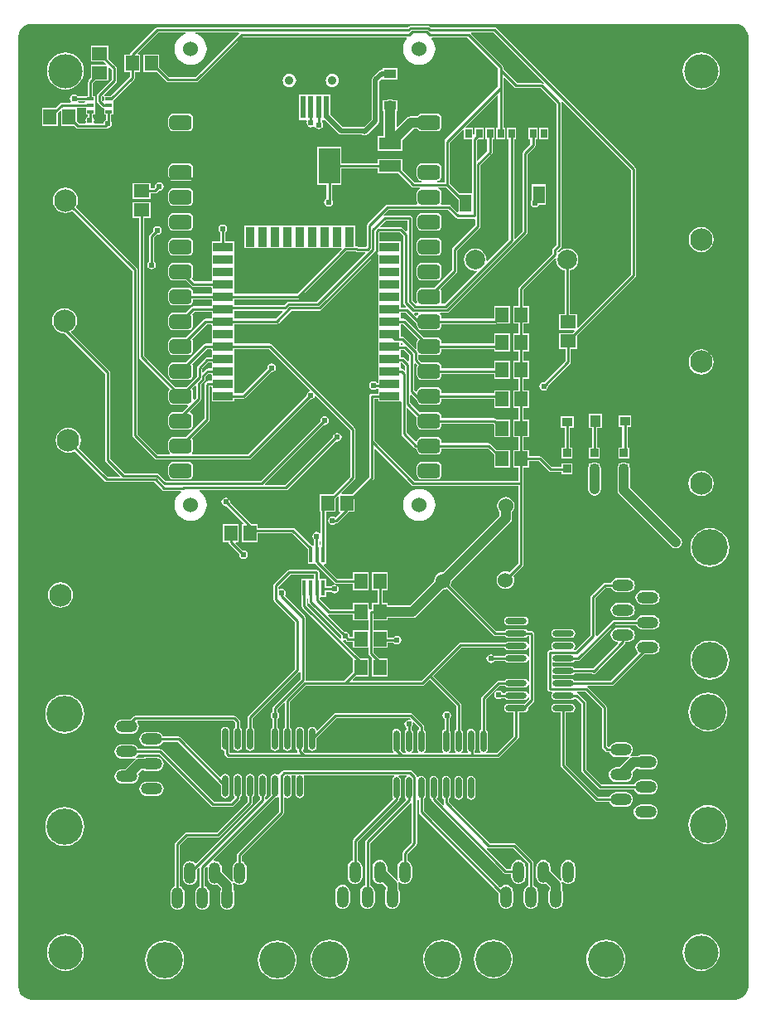
<source format=gtl>
G04 Layer_Physical_Order=1*
G04 Layer_Color=25308*
%FSLAX24Y24*%
%MOIN*%
G70*
G01*
G75*
%ADD10R,0.0610X0.0532*%
%ADD11R,0.0532X0.0610*%
%ADD12R,0.0260X0.0118*%
%ADD13O,0.0866X0.0236*%
%ADD14R,0.0118X0.0630*%
%ADD15R,0.0197X0.0906*%
%ADD16R,0.0787X0.0984*%
%ADD17R,0.0276X0.0374*%
%ADD18R,0.0870X0.1420*%
%ADD19R,0.0880X0.0480*%
%ADD20R,0.0453X0.0709*%
%ADD21R,0.0787X0.0354*%
%ADD22R,0.0354X0.0787*%
%ADD23R,0.1969X0.1969*%
%ADD24O,0.0236X0.0866*%
%ADD25R,0.0480X0.0358*%
%ADD26R,0.0335X0.0335*%
%ADD27R,0.0413X0.0354*%
%ADD28R,0.0413X0.0453*%
%ADD29C,0.0098*%
%ADD30C,0.0197*%
%ADD31C,0.0394*%
%ADD32C,0.0100*%
%ADD33R,0.1300X0.1300*%
%ADD34C,0.0600*%
%ADD35O,0.0866X0.0472*%
%ADD36C,0.1457*%
%ADD37O,0.0472X0.0866*%
G04:AMPARAMS|DCode=38|XSize=60mil|YSize=90mil|CornerRadius=15mil|HoleSize=0mil|Usage=FLASHONLY|Rotation=270.000|XOffset=0mil|YOffset=0mil|HoleType=Round|Shape=RoundedRectangle|*
%AMROUNDEDRECTD38*
21,1,0.0600,0.0600,0,0,270.0*
21,1,0.0300,0.0900,0,0,270.0*
1,1,0.0300,-0.0300,-0.0150*
1,1,0.0300,-0.0300,0.0150*
1,1,0.0300,0.0300,0.0150*
1,1,0.0300,0.0300,-0.0150*
%
%ADD38ROUNDEDRECTD38*%
%ADD39C,0.0906*%
%ADD40C,0.0354*%
%ADD41C,0.1000*%
%ADD42C,0.0787*%
G04:AMPARAMS|DCode=43|XSize=27.6mil|YSize=114.2mil|CornerRadius=6.9mil|HoleSize=0mil|Usage=FLASHONLY|Rotation=0.000|XOffset=0mil|YOffset=0mil|HoleType=Round|Shape=RoundedRectangle|*
%AMROUNDEDRECTD43*
21,1,0.0276,0.1004,0,0,0.0*
21,1,0.0138,0.1142,0,0,0.0*
1,1,0.0138,0.0069,-0.0502*
1,1,0.0138,-0.0069,-0.0502*
1,1,0.0138,-0.0069,0.0502*
1,1,0.0138,0.0069,0.0502*
%
%ADD43ROUNDEDRECTD43*%
%ADD44C,0.0240*%
%ADD45C,0.1378*%
%ADD46C,0.0236*%
%ADD47C,0.0256*%
G36*
X38914Y49123D02*
X39039Y49072D01*
X39147Y48989D01*
X39229Y48882D01*
X39281Y48756D01*
X39298Y48625D01*
X39298Y48622D01*
X39298Y48622D01*
Y10433D01*
X39298Y10433D01*
X39298Y10431D01*
X39281Y10299D01*
X39229Y10174D01*
X39147Y10066D01*
X39039Y9984D01*
X38914Y9932D01*
X38782Y9914D01*
X38780Y9915D01*
X38780Y9915D01*
X10433D01*
X10431Y9914D01*
X10299Y9932D01*
X10174Y9984D01*
X10066Y10066D01*
X9984Y10174D01*
X9932Y10299D01*
X9914Y10431D01*
X9915Y10433D01*
X9915Y10433D01*
Y48622D01*
X9914Y48625D01*
X9932Y48756D01*
X9984Y48882D01*
X10066Y48989D01*
X10174Y49072D01*
X10299Y49123D01*
X10431Y49141D01*
X10433Y49140D01*
X10433Y49140D01*
X38780D01*
X38780Y49140D01*
X38782Y49141D01*
X38914Y49123D01*
D02*
G37*
%LPC*%
G36*
X34445Y26867D02*
X34051D01*
X33976Y26857D01*
X33906Y26828D01*
X33846Y26782D01*
X33800Y26722D01*
X33783Y26680D01*
X33530D01*
X33491Y26672D01*
X33457Y26650D01*
X32978Y26170D01*
X32955Y26137D01*
X32948Y26097D01*
Y24563D01*
X32348Y23964D01*
X32303Y23969D01*
X32287Y24014D01*
X32325Y24070D01*
X32338Y24136D01*
X32325Y24202D01*
X32287Y24258D01*
X32231Y24295D01*
X32165Y24308D01*
X31535D01*
X31469Y24295D01*
X31413Y24258D01*
X31376Y24202D01*
X31363Y24136D01*
X31376Y24070D01*
X31413Y24014D01*
X31414Y24013D01*
X31399Y23963D01*
X31320D01*
X31281Y23955D01*
X31247Y23933D01*
X31237Y23923D01*
X31215Y23889D01*
X31207Y23850D01*
Y22400D01*
X31215Y22361D01*
X31237Y22327D01*
X31247Y22317D01*
X31281Y22295D01*
X31320Y22287D01*
X31374D01*
X31399Y22237D01*
X31376Y22202D01*
X31363Y22136D01*
X31376Y22070D01*
X31413Y22014D01*
X31469Y21976D01*
X31535Y21963D01*
X32165D01*
X32231Y21976D01*
X32287Y22014D01*
X32301Y22033D01*
X32349D01*
X32575Y21808D01*
Y19134D01*
X32581Y19101D01*
X32583Y19095D01*
X32605Y19061D01*
X33276Y18390D01*
X33309Y18368D01*
X33316Y18367D01*
X33348Y18360D01*
X34704D01*
X34721Y18318D01*
X34767Y18258D01*
X34828Y18212D01*
X34897Y18183D01*
X34972Y18173D01*
X35366D01*
X35441Y18183D01*
X35511Y18212D01*
X35571Y18258D01*
X35617Y18318D01*
X35646Y18388D01*
X35656Y18463D01*
X35646Y18538D01*
X35617Y18608D01*
X35571Y18668D01*
X35511Y18714D01*
X35441Y18743D01*
X35366Y18752D01*
X34972D01*
X34897Y18743D01*
X34828Y18714D01*
X34767Y18668D01*
X34721Y18608D01*
X34704Y18565D01*
X33391D01*
X32780Y19176D01*
Y21850D01*
X32772Y21890D01*
X32750Y21923D01*
X32464Y22208D01*
X32431Y22230D01*
X32424Y22232D01*
X32398Y22237D01*
X32403Y22287D01*
X32737D01*
X33397Y21627D01*
Y20088D01*
X33405Y20048D01*
X33427Y20015D01*
X33552Y19890D01*
X33586Y19867D01*
X33625Y19859D01*
X33704D01*
X33721Y19818D01*
X33767Y19758D01*
X33828Y19712D01*
X33897Y19683D01*
X33972Y19673D01*
X34366D01*
X34441Y19683D01*
X34496Y19705D01*
X34520Y19661D01*
X34490Y19641D01*
X34102Y19252D01*
X33972D01*
X33897Y19243D01*
X33828Y19214D01*
X33767Y19168D01*
X33721Y19108D01*
X33692Y19038D01*
X33683Y18963D01*
X33692Y18888D01*
X33721Y18818D01*
X33767Y18758D01*
X33828Y18712D01*
X33897Y18683D01*
X33972Y18673D01*
X34366D01*
X34441Y18683D01*
X34511Y18712D01*
X34571Y18758D01*
X34617Y18818D01*
X34646Y18888D01*
X34656Y18963D01*
X34646Y19038D01*
X34633Y19069D01*
X34774Y19210D01*
X34832D01*
X34897Y19183D01*
X34972Y19173D01*
X35366D01*
X35441Y19183D01*
X35511Y19212D01*
X35571Y19258D01*
X35617Y19318D01*
X35646Y19388D01*
X35656Y19463D01*
X35646Y19538D01*
X35617Y19608D01*
X35571Y19668D01*
X35511Y19714D01*
X35441Y19743D01*
X35366Y19752D01*
X34972D01*
X34897Y19743D01*
X34832Y19715D01*
X34669D01*
X34573Y19696D01*
X34546Y19738D01*
X34571Y19758D01*
X34617Y19818D01*
X34646Y19888D01*
X34656Y19963D01*
X34646Y20038D01*
X34617Y20108D01*
X34571Y20168D01*
X34511Y20214D01*
X34441Y20243D01*
X34366Y20252D01*
X33972D01*
X33897Y20243D01*
X33828Y20214D01*
X33767Y20168D01*
X33721Y20108D01*
X33711Y20082D01*
X33658Y20076D01*
X33603Y20130D01*
Y21670D01*
X33595Y21709D01*
X33573Y21743D01*
X32853Y22463D01*
X32822Y22483D01*
X32822Y22487D01*
X32845Y22533D01*
X33807D01*
X33840Y22540D01*
X33846Y22541D01*
X33879Y22563D01*
X35103Y23787D01*
X35445D01*
X35520Y23797D01*
X35590Y23826D01*
X35650Y23872D01*
X35696Y23932D01*
X35725Y24002D01*
X35735Y24077D01*
X35725Y24152D01*
X35696Y24222D01*
X35650Y24282D01*
X35590Y24328D01*
X35520Y24357D01*
X35445Y24367D01*
X35051D01*
X34976Y24357D01*
X34906Y24328D01*
X34846Y24282D01*
X34800Y24222D01*
X34771Y24152D01*
X34761Y24077D01*
X34771Y24002D01*
X34800Y23932D01*
X34846Y23872D01*
X34849Y23823D01*
X33765Y22738D01*
X32301D01*
X32287Y22758D01*
X32231Y22795D01*
X32165Y22808D01*
X31535D01*
X31469Y22795D01*
X31463Y22791D01*
X31413Y22818D01*
Y22954D01*
X31463Y22981D01*
X31469Y22976D01*
X31535Y22963D01*
X32165D01*
X32231Y22976D01*
X32287Y23014D01*
X32301Y23033D01*
X33005D01*
X33032Y23016D01*
X33071Y23008D01*
X33110Y23016D01*
X33143Y23038D01*
X33143Y23038D01*
X34320Y24215D01*
X34343Y24248D01*
X34350Y24287D01*
X34445D01*
X34520Y24297D01*
X34590Y24326D01*
X34650Y24372D01*
X34696Y24432D01*
X34725Y24502D01*
X34735Y24577D01*
X34725Y24652D01*
X34696Y24722D01*
X34650Y24782D01*
X34590Y24828D01*
X34520Y24857D01*
X34445Y24867D01*
X34051D01*
X33976Y24857D01*
X33906Y24828D01*
X33846Y24782D01*
X33800Y24722D01*
X33771Y24652D01*
X33761Y24577D01*
X33771Y24502D01*
X33800Y24432D01*
X33846Y24372D01*
X33906Y24326D01*
X33976Y24297D01*
X34034Y24289D01*
X34056Y24240D01*
X33053Y23237D01*
X33045Y23238D01*
X32301D01*
X32287Y23258D01*
X32231Y23295D01*
X32165Y23308D01*
X31535D01*
X31469Y23295D01*
X31463Y23291D01*
X31413Y23318D01*
Y23454D01*
X31463Y23481D01*
X31469Y23476D01*
X31535Y23463D01*
X32165D01*
X32231Y23476D01*
X32287Y23514D01*
X32301Y23533D01*
X32455D01*
X32487Y23540D01*
X32494Y23541D01*
X32527Y23563D01*
X33938Y24974D01*
X34783D01*
X34800Y24932D01*
X34846Y24872D01*
X34906Y24826D01*
X34976Y24797D01*
X35051Y24787D01*
X35445D01*
X35520Y24797D01*
X35590Y24826D01*
X35650Y24872D01*
X35696Y24932D01*
X35725Y25002D01*
X35735Y25077D01*
X35725Y25152D01*
X35696Y25222D01*
X35650Y25282D01*
X35590Y25328D01*
X35520Y25357D01*
X35445Y25367D01*
X35051D01*
X34976Y25357D01*
X34906Y25328D01*
X34846Y25282D01*
X34800Y25222D01*
X34783Y25179D01*
X33896D01*
X33863Y25173D01*
X33857Y25171D01*
X33823Y25149D01*
X33204Y24530D01*
X33154Y24550D01*
Y26054D01*
X33573Y26474D01*
X33783D01*
X33800Y26432D01*
X33846Y26372D01*
X33906Y26326D01*
X33976Y26297D01*
X34051Y26287D01*
X34445D01*
X34520Y26297D01*
X34590Y26326D01*
X34650Y26372D01*
X34696Y26432D01*
X34725Y26502D01*
X34735Y26577D01*
X34725Y26652D01*
X34696Y26722D01*
X34650Y26782D01*
X34590Y26828D01*
X34520Y26857D01*
X34445Y26867D01*
D02*
G37*
G36*
X35445Y26367D02*
X35051D01*
X34976Y26357D01*
X34906Y26328D01*
X34846Y26282D01*
X34800Y26222D01*
X34771Y26152D01*
X34761Y26077D01*
X34771Y26002D01*
X34800Y25932D01*
X34846Y25872D01*
X34906Y25826D01*
X34976Y25797D01*
X35051Y25787D01*
X35445D01*
X35520Y25797D01*
X35590Y25826D01*
X35650Y25872D01*
X35696Y25932D01*
X35725Y26002D01*
X35735Y26077D01*
X35725Y26152D01*
X35696Y26222D01*
X35650Y26282D01*
X35590Y26328D01*
X35520Y26357D01*
X35445Y26367D01*
D02*
G37*
G36*
X37748Y28874D02*
X37595Y28859D01*
X37448Y28814D01*
X37313Y28742D01*
X37194Y28644D01*
X37097Y28526D01*
X37024Y28390D01*
X36980Y28243D01*
X36965Y28091D01*
X36980Y27938D01*
X37024Y27791D01*
X37097Y27655D01*
X37194Y27537D01*
X37313Y27439D01*
X37448Y27367D01*
X37595Y27322D01*
X37748Y27307D01*
X37901Y27322D01*
X38048Y27367D01*
X38183Y27439D01*
X38302Y27537D01*
X38399Y27655D01*
X38472Y27791D01*
X38497Y27874D01*
X38497D01*
X38516Y27938D01*
X38531Y28091D01*
X38516Y28243D01*
X38472Y28390D01*
X38399Y28526D01*
X38302Y28644D01*
X38183Y28742D01*
X38048Y28814D01*
X37901Y28859D01*
X37748Y28874D01*
D02*
G37*
G36*
X34291Y31513D02*
X34195Y31493D01*
X34172Y31478D01*
X34073D01*
Y31379D01*
X34058Y31357D01*
X34038Y31260D01*
Y30394D01*
X34058Y30297D01*
X34113Y30215D01*
X36199Y28128D01*
X36281Y28073D01*
X36378Y28054D01*
X36475Y28073D01*
X36557Y28128D01*
X36612Y28210D01*
X36631Y28307D01*
X36612Y28404D01*
X36557Y28486D01*
X34544Y30498D01*
Y31260D01*
X34525Y31357D01*
X34510Y31379D01*
Y31478D01*
X34411D01*
X34388Y31493D01*
X34291Y31513D01*
D02*
G37*
G36*
X18791Y29018D02*
X18157D01*
Y28305D01*
X18372D01*
Y28297D01*
X18379Y28265D01*
X18380Y28258D01*
X18402Y28225D01*
X18807Y27820D01*
X18802Y27795D01*
X18815Y27728D01*
X18853Y27672D01*
X18910Y27634D01*
X18976Y27621D01*
X19043Y27634D01*
X19100Y27672D01*
X19138Y27728D01*
X19151Y27795D01*
X19138Y27862D01*
X19100Y27919D01*
X19043Y27957D01*
X18976Y27970D01*
X18951Y27965D01*
X18657Y28259D01*
X18677Y28305D01*
X18791D01*
Y29018D01*
D02*
G37*
G36*
X30276Y25308D02*
X29646D01*
X29580Y25295D01*
X29524Y25258D01*
X29486Y25202D01*
X29473Y25136D01*
X29486Y25070D01*
X29524Y25014D01*
X29580Y24976D01*
X29646Y24963D01*
X30276D01*
X30342Y24976D01*
X30398Y25014D01*
X30435Y25070D01*
X30448Y25136D01*
X30435Y25202D01*
X30398Y25258D01*
X30342Y25295D01*
X30276Y25308D01*
D02*
G37*
G36*
X32165Y24808D02*
X31535D01*
X31469Y24795D01*
X31413Y24758D01*
X31376Y24702D01*
X31363Y24636D01*
X31376Y24570D01*
X31413Y24514D01*
X31469Y24476D01*
X31535Y24463D01*
X32165D01*
X32231Y24476D01*
X32287Y24514D01*
X32325Y24570D01*
X32338Y24636D01*
X32325Y24702D01*
X32287Y24758D01*
X32231Y24795D01*
X32165Y24808D01*
D02*
G37*
G36*
X34445Y25867D02*
X34051D01*
X33976Y25857D01*
X33906Y25828D01*
X33846Y25782D01*
X33800Y25722D01*
X33771Y25652D01*
X33761Y25577D01*
X33771Y25502D01*
X33800Y25432D01*
X33846Y25372D01*
X33906Y25326D01*
X33976Y25297D01*
X34051Y25287D01*
X34445D01*
X34520Y25297D01*
X34590Y25326D01*
X34650Y25372D01*
X34696Y25432D01*
X34725Y25502D01*
X34735Y25577D01*
X34725Y25652D01*
X34696Y25722D01*
X34650Y25782D01*
X34590Y25828D01*
X34520Y25857D01*
X34445Y25867D01*
D02*
G37*
G36*
X29539Y30118D02*
X29448Y30106D01*
X29362Y30071D01*
X29289Y30014D01*
X29233Y29941D01*
X29197Y29855D01*
X29185Y29764D01*
X29197Y29672D01*
X29233Y29587D01*
X29286Y29516D01*
Y29380D01*
X27004Y27098D01*
X26916Y27086D01*
X26831Y27051D01*
X26757Y26995D01*
X26701Y26921D01*
X26666Y26836D01*
X26654Y26748D01*
X25671Y25765D01*
X24795D01*
Y25868D01*
X24581D01*
Y26376D01*
X24795D01*
Y27089D01*
X24161D01*
Y26376D01*
X24375D01*
Y25868D01*
X24161D01*
Y25615D01*
X24120D01*
X24081Y25607D01*
X24078Y25605D01*
X24028Y25632D01*
Y25868D01*
X23394D01*
Y25614D01*
X22444D01*
X22041Y26017D01*
Y26074D01*
X22041Y26074D01*
X22085Y26091D01*
X22099Y26091D01*
X22305D01*
Y26315D01*
X22500D01*
X22514Y26294D01*
X22571Y26256D01*
X22638Y26243D01*
X22705Y26256D01*
X22761Y26294D01*
X22799Y26351D01*
X22812Y26417D01*
X22799Y26484D01*
X22761Y26541D01*
X22705Y26579D01*
X22638Y26592D01*
X22571Y26579D01*
X22514Y26541D01*
X22500Y26520D01*
X22305D01*
Y26823D01*
X22099D01*
X22085Y26823D01*
X22081D01*
X22038Y26853D01*
X22032Y26872D01*
Y27087D01*
X22024Y27126D01*
X22002Y27159D01*
X21968Y27181D01*
X21929Y27189D01*
X20827D01*
X20788Y27181D01*
X20754Y27159D01*
X20219Y26624D01*
X20197Y26590D01*
X20195Y26584D01*
X20189Y26551D01*
Y26008D01*
X20197Y25969D01*
X20219Y25935D01*
X21055Y25100D01*
Y23207D01*
X19178Y21330D01*
X19155Y21297D01*
X19154Y21291D01*
X19148Y21258D01*
Y20844D01*
X19128Y20831D01*
X19091Y20775D01*
X19077Y20709D01*
Y20079D01*
X19091Y20013D01*
X19128Y19957D01*
X19184Y19919D01*
X19250Y19906D01*
X19316Y19919D01*
X19372Y19957D01*
X19409Y20013D01*
X19423Y20079D01*
Y20709D01*
X19409Y20775D01*
X19372Y20831D01*
X19352Y20844D01*
Y21215D01*
X21226Y23089D01*
X21241Y23087D01*
X21276Y23072D01*
Y22813D01*
X20178Y21715D01*
X20163Y21693D01*
X20155Y21682D01*
X20148Y21643D01*
Y21476D01*
X20127Y21462D01*
X20089Y21405D01*
X20075Y21339D01*
X20089Y21272D01*
X20127Y21215D01*
X20148Y21201D01*
Y20844D01*
X20128Y20831D01*
X20091Y20775D01*
X20077Y20709D01*
Y20079D01*
X20091Y20013D01*
X20128Y19957D01*
X20184Y19919D01*
X20250Y19906D01*
X20316Y19919D01*
X20372Y19957D01*
X20409Y20013D01*
X20423Y20079D01*
Y20709D01*
X20409Y20775D01*
X20372Y20831D01*
X20352Y20844D01*
Y21201D01*
X20373Y21215D01*
X20411Y21272D01*
X20425Y21339D01*
X20411Y21405D01*
X20373Y21462D01*
X20352Y21476D01*
Y21600D01*
X20601Y21849D01*
X20648Y21830D01*
Y20844D01*
X20628Y20831D01*
X20591Y20775D01*
X20577Y20709D01*
Y20079D01*
X20591Y20013D01*
X20628Y19957D01*
X20684Y19919D01*
X20750Y19906D01*
X20816Y19919D01*
X20872Y19957D01*
X20909Y20013D01*
X20923Y20079D01*
Y20709D01*
X20909Y20775D01*
X20872Y20831D01*
X20852Y20844D01*
Y21889D01*
X21499Y22535D01*
X26181D01*
X26214Y22542D01*
X26220Y22543D01*
X26253Y22565D01*
X26451Y22763D01*
X26501D01*
X27537Y21727D01*
Y20765D01*
X27518Y20752D01*
X27480Y20696D01*
X27467Y20630D01*
Y20000D01*
X27480Y19934D01*
X27518Y19878D01*
X27519Y19877D01*
X27504Y19827D01*
X27275D01*
X27260Y19877D01*
X27262Y19878D01*
X27299Y19934D01*
X27312Y20000D01*
Y20630D01*
X27299Y20696D01*
X27268Y20743D01*
Y21201D01*
X27289Y21215D01*
X27327Y21272D01*
X27340Y21339D01*
X27327Y21405D01*
X27289Y21462D01*
X27232Y21500D01*
X27165Y21513D01*
X27099Y21500D01*
X27042Y21462D01*
X27004Y21405D01*
X26991Y21339D01*
X27004Y21272D01*
X27042Y21215D01*
X27063Y21201D01*
Y20782D01*
X27018Y20752D01*
X26980Y20696D01*
X26967Y20630D01*
Y20000D01*
X26980Y19934D01*
X27018Y19878D01*
X27019Y19877D01*
X27004Y19827D01*
X26275D01*
X26260Y19877D01*
X26262Y19878D01*
X26299Y19934D01*
X26312Y20000D01*
Y20630D01*
X26299Y20696D01*
X26262Y20752D01*
X26244Y20764D01*
Y20906D01*
X26236Y20945D01*
X26236Y20945D01*
Y20945D01*
X26223Y20965D01*
X26214Y20978D01*
X26214Y20978D01*
X26214Y20978D01*
X25781Y21411D01*
X25755Y21429D01*
X25748Y21433D01*
X25748D01*
X25748Y21433D01*
X25736Y21435D01*
X25709Y21441D01*
X22695D01*
X22662Y21434D01*
X22656Y21433D01*
X22622Y21411D01*
X21960Y20748D01*
X21912Y20763D01*
X21909Y20775D01*
X21872Y20831D01*
X21816Y20868D01*
X21750Y20881D01*
X21684Y20868D01*
X21628Y20831D01*
X21591Y20775D01*
X21577Y20709D01*
Y20079D01*
X21591Y20013D01*
X21628Y19957D01*
X21684Y19919D01*
X21750Y19906D01*
X21816Y19919D01*
X21872Y19957D01*
X21909Y20013D01*
X21923Y20079D01*
Y20422D01*
X22737Y21236D01*
X25666D01*
X25711Y21192D01*
X25684Y21148D01*
X25630Y21159D01*
X25563Y21146D01*
X25506Y21108D01*
X25469Y21051D01*
X25455Y20984D01*
X25469Y20917D01*
X25506Y20861D01*
X25537Y20840D01*
Y20765D01*
X25518Y20752D01*
X25480Y20696D01*
X25467Y20630D01*
Y20000D01*
X25480Y19934D01*
X25518Y19878D01*
X25519Y19877D01*
X25504Y19827D01*
X25397D01*
X25295Y19928D01*
X25299Y19934D01*
X25312Y20000D01*
Y20630D01*
X25299Y20696D01*
X25262Y20752D01*
X25206Y20789D01*
X25140Y20803D01*
X25074Y20789D01*
X25018Y20752D01*
X24980Y20696D01*
X24967Y20630D01*
Y20000D01*
X24980Y19934D01*
X25018Y19878D01*
X25019Y19877D01*
X25004Y19827D01*
X21460D01*
X21383Y19904D01*
X21372Y19957D01*
X21409Y20013D01*
X21423Y20079D01*
Y20709D01*
X21409Y20775D01*
X21372Y20831D01*
X21316Y20868D01*
X21250Y20881D01*
X21184Y20868D01*
X21128Y20831D01*
X21091Y20775D01*
X21077Y20709D01*
Y20079D01*
X21091Y20013D01*
X21128Y19957D01*
X21148Y19944D01*
Y19892D01*
X21151Y19877D01*
X21131Y19842D01*
X21122Y19832D01*
X21113Y19827D01*
X18428D01*
X18409Y19846D01*
Y20013D01*
X18409Y20013D01*
X18423Y20079D01*
Y20709D01*
X18409Y20775D01*
X18372Y20831D01*
X18316Y20868D01*
X18250Y20881D01*
X18184Y20868D01*
X18128Y20831D01*
X18091Y20775D01*
X18077Y20709D01*
Y20079D01*
X18091Y20013D01*
X18128Y19957D01*
X18184Y19919D01*
X18205Y19915D01*
Y19803D01*
X18209Y19781D01*
X18213Y19764D01*
X18213Y19764D01*
X18213Y19764D01*
X18221Y19752D01*
X18235Y19731D01*
X18313Y19652D01*
X18313Y19652D01*
X18313Y19652D01*
X18326Y19643D01*
X18347Y19630D01*
X18347Y19630D01*
X18347Y19630D01*
X18370Y19625D01*
X18386Y19622D01*
X18386Y19622D01*
X18386Y19622D01*
X29213D01*
X29245Y19629D01*
X29252Y19630D01*
X29285Y19652D01*
X30033Y20400D01*
X30055Y20433D01*
X30057Y20440D01*
X30063Y20472D01*
Y21463D01*
X30276D01*
X30342Y21476D01*
X30398Y21514D01*
X30435Y21570D01*
X30448Y21636D01*
X30441Y21674D01*
X30663Y21896D01*
X30685Y21929D01*
X30693Y21969D01*
Y24606D01*
X30693Y24606D01*
X30693Y24606D01*
X30689Y24626D01*
X30685Y24645D01*
X30685Y24645D01*
X30685Y24646D01*
X30673Y24663D01*
X30663Y24679D01*
X30663Y24679D01*
X30663Y24679D01*
X30633Y24708D01*
X30616Y24720D01*
X30600Y24730D01*
X30600Y24730D01*
X30600Y24730D01*
X30582Y24734D01*
X30561Y24738D01*
X30411D01*
X30398Y24758D01*
X30342Y24795D01*
X30276Y24808D01*
X29646D01*
X29580Y24795D01*
X29524Y24758D01*
X29510Y24738D01*
X29159D01*
X27319Y26578D01*
X27350Y26652D01*
X27362Y26740D01*
X29718Y29097D01*
X29773Y29179D01*
X29792Y29276D01*
Y29516D01*
X29846Y29587D01*
X29882Y29672D01*
X29894Y29764D01*
X29882Y29855D01*
X29846Y29941D01*
X29790Y30014D01*
X29716Y30071D01*
X29631Y30106D01*
X29539Y30118D01*
D02*
G37*
G36*
X11614Y26689D02*
X11483Y26672D01*
X11360Y26621D01*
X11255Y26541D01*
X11174Y26435D01*
X11123Y26313D01*
X11106Y26181D01*
X11123Y26050D01*
X11174Y25927D01*
X11255Y25822D01*
X11360Y25741D01*
X11483Y25690D01*
X11614Y25673D01*
X11746Y25690D01*
X11868Y25741D01*
X11974Y25822D01*
X12054Y25927D01*
X12105Y26050D01*
X12122Y26181D01*
X12105Y26313D01*
X12054Y26435D01*
X11974Y26541D01*
X11868Y26621D01*
X11746Y26672D01*
X11614Y26689D01*
D02*
G37*
G36*
X33407Y33457D02*
X32892D01*
Y32902D01*
X33008D01*
Y32108D01*
X32892D01*
Y31671D01*
X33329D01*
Y32108D01*
X33213D01*
Y32902D01*
X33407D01*
Y33457D01*
D02*
G37*
G36*
X32266Y33368D02*
X31750D01*
Y32911D01*
X31906D01*
Y32108D01*
X31789D01*
Y31671D01*
X32226D01*
Y32108D01*
X32110D01*
Y32911D01*
X32266D01*
Y33368D01*
D02*
G37*
G36*
X34589Y33388D02*
X34073D01*
Y32931D01*
X34228D01*
Y32108D01*
X34073D01*
Y31671D01*
X34510D01*
Y32108D01*
X34433D01*
Y32931D01*
X34589D01*
Y33388D01*
D02*
G37*
G36*
X37402Y36059D02*
X37270Y36042D01*
X37147Y35991D01*
X37042Y35911D01*
X36961Y35805D01*
X36911Y35683D01*
X36893Y35551D01*
X36911Y35420D01*
X36961Y35297D01*
X37042Y35192D01*
X37147Y35111D01*
X37270Y35060D01*
X37402Y35043D01*
X37533Y35060D01*
X37656Y35111D01*
X37761Y35192D01*
X37842Y35297D01*
X37893Y35420D01*
X37910Y35551D01*
X37893Y35683D01*
X37842Y35805D01*
X37761Y35911D01*
X37656Y35991D01*
X37533Y36042D01*
X37402Y36059D01*
D02*
G37*
G36*
X11772Y37713D02*
X11640Y37696D01*
X11518Y37645D01*
X11412Y37564D01*
X11331Y37459D01*
X11281Y37336D01*
X11263Y37205D01*
X11281Y37073D01*
X11331Y36951D01*
X11412Y36845D01*
X11518Y36765D01*
X11640Y36714D01*
X11772Y36696D01*
X11780Y36698D01*
X13402Y35076D01*
Y31614D01*
X13408Y31582D01*
X13409Y31575D01*
X13432Y31542D01*
X13998Y30975D01*
X13979Y30929D01*
X13507D01*
X12334Y32102D01*
X12369Y32147D01*
X12420Y32270D01*
X12437Y32402D01*
X12420Y32533D01*
X12369Y32656D01*
X12289Y32761D01*
X12183Y32842D01*
X12061Y32893D01*
X11929Y32910D01*
X11798Y32893D01*
X11675Y32842D01*
X11570Y32761D01*
X11489Y32656D01*
X11438Y32533D01*
X11421Y32402D01*
X11438Y32270D01*
X11489Y32147D01*
X11570Y32042D01*
X11675Y31961D01*
X11798Y31911D01*
X11929Y31893D01*
X12061Y31911D01*
X12183Y31961D01*
X12184Y31962D01*
X13392Y30754D01*
X13425Y30732D01*
X13465Y30724D01*
X15391D01*
X15715Y30400D01*
X15748Y30378D01*
X15748Y30378D01*
X15787Y30370D01*
X16455D01*
X16473Y30320D01*
X16400Y30260D01*
X16319Y30162D01*
X16260Y30051D01*
X16223Y29930D01*
X16211Y29804D01*
X16223Y29678D01*
X16260Y29557D01*
X16319Y29446D01*
X16400Y29348D01*
X16497Y29268D01*
X16609Y29208D01*
X16730Y29171D01*
X16856Y29159D01*
X16981Y29171D01*
X17102Y29208D01*
X17214Y29268D01*
X17311Y29348D01*
X17392Y29446D01*
X17451Y29557D01*
X17488Y29678D01*
X17500Y29804D01*
X17488Y29930D01*
X17451Y30051D01*
X17392Y30162D01*
X17311Y30260D01*
X17214Y30340D01*
X17206Y30344D01*
X17219Y30393D01*
X20692D01*
X20724Y30399D01*
X20731Y30400D01*
X20764Y30422D01*
X22698Y32357D01*
X22756Y32345D01*
X22823Y32358D01*
X22879Y32396D01*
X22917Y32453D01*
X22931Y32520D01*
X22917Y32587D01*
X22879Y32643D01*
X22823Y32681D01*
X22756Y32694D01*
X22689Y32681D01*
X22632Y32643D01*
X22595Y32587D01*
X22584Y32532D01*
X20649Y30597D01*
X19862D01*
X19843Y30643D01*
X22219Y33019D01*
X22244Y33014D01*
X22311Y33028D01*
X22368Y33066D01*
X22405Y33122D01*
X22419Y33189D01*
X22405Y33256D01*
X22368Y33312D01*
X22311Y33350D01*
X22244Y33364D01*
X22177Y33350D01*
X22121Y33312D01*
X22083Y33256D01*
X22069Y33189D01*
X22074Y33164D01*
X19682Y30772D01*
X15845D01*
X15567Y31049D01*
X15534Y31071D01*
X15528Y31072D01*
X15495Y31079D01*
X14184D01*
X13606Y31657D01*
Y35118D01*
X13600Y35151D01*
X13599Y35157D01*
X13576Y35190D01*
X12045Y36722D01*
X12053Y36785D01*
X12131Y36845D01*
X12212Y36951D01*
X12263Y37073D01*
X12280Y37205D01*
X12263Y37336D01*
X12212Y37459D01*
X12131Y37564D01*
X12026Y37645D01*
X11903Y37696D01*
X11772Y37713D01*
D02*
G37*
G36*
X37402Y31178D02*
X37270Y31160D01*
X37147Y31109D01*
X37042Y31029D01*
X36961Y30923D01*
X36911Y30801D01*
X36893Y30669D01*
X36911Y30538D01*
X36961Y30415D01*
X37042Y30310D01*
X37147Y30229D01*
X37270Y30178D01*
X37402Y30161D01*
X37533Y30178D01*
X37656Y30229D01*
X37761Y30310D01*
X37842Y30415D01*
X37893Y30538D01*
X37910Y30669D01*
X37893Y30801D01*
X37842Y30923D01*
X37761Y31029D01*
X37656Y31109D01*
X37533Y31160D01*
X37402Y31178D01*
D02*
G37*
G36*
X26052Y30449D02*
X25927Y30436D01*
X25806Y30400D01*
X25694Y30340D01*
X25596Y30260D01*
X25516Y30162D01*
X25457Y30051D01*
X25420Y29930D01*
X25408Y29804D01*
X25420Y29678D01*
X25457Y29557D01*
X25516Y29446D01*
X25596Y29348D01*
X25694Y29268D01*
X25806Y29208D01*
X25927Y29171D01*
X26052Y29159D01*
X26178Y29171D01*
X26299Y29208D01*
X26411Y29268D01*
X26508Y29348D01*
X26589Y29446D01*
X26648Y29557D01*
X26685Y29678D01*
X26697Y29804D01*
X26685Y29930D01*
X26648Y30051D01*
X26589Y30162D01*
X26508Y30260D01*
X26411Y30340D01*
X26299Y30400D01*
X26178Y30436D01*
X26052Y30449D01*
D02*
G37*
G36*
X33110Y31513D02*
X33013Y31493D01*
X32991Y31478D01*
X32892D01*
Y31379D01*
X32877Y31357D01*
X32857Y31260D01*
Y30433D01*
X32877Y30336D01*
X32931Y30254D01*
X33013Y30199D01*
X33110Y30180D01*
X33207Y30199D01*
X33289Y30254D01*
X33344Y30336D01*
X33363Y30433D01*
Y31260D01*
X33344Y31357D01*
X33329Y31379D01*
Y31478D01*
X33230D01*
X33207Y31493D01*
X33110Y31513D01*
D02*
G37*
G36*
X33563Y12327D02*
X33410Y12312D01*
X33263Y12267D01*
X33128Y12195D01*
X33009Y12097D01*
X32912Y11978D01*
X32839Y11843D01*
X32795Y11696D01*
X32780Y11543D01*
X32795Y11390D01*
X32839Y11244D01*
X32912Y11108D01*
X33009Y10989D01*
X33128Y10892D01*
X33263Y10820D01*
X33410Y10775D01*
X33563Y10760D01*
X33716Y10775D01*
X33863Y10820D01*
X33998Y10892D01*
X34117Y10989D01*
X34214Y11108D01*
X34287Y11244D01*
X34331Y11390D01*
X34346Y11543D01*
X34331Y11696D01*
X34287Y11843D01*
X34214Y11978D01*
X34117Y12097D01*
X33998Y12195D01*
X33863Y12267D01*
X33716Y12312D01*
X33563Y12327D01*
D02*
G37*
G36*
X16754Y31537D02*
X16154D01*
X16075Y31521D01*
X16009Y31477D01*
X15964Y31410D01*
X15949Y31332D01*
Y31032D01*
X15964Y30953D01*
X16009Y30887D01*
X16075Y30842D01*
X16154Y30827D01*
X16754D01*
X16832Y30842D01*
X16899Y30887D01*
X16943Y30953D01*
X16959Y31032D01*
Y31332D01*
X16943Y31410D01*
X16899Y31477D01*
X16832Y31521D01*
X16754Y31537D01*
D02*
G37*
G36*
X37669Y17732D02*
X37516Y17717D01*
X37370Y17672D01*
X37234Y17600D01*
X37115Y17503D01*
X37018Y17384D01*
X36946Y17249D01*
X36901Y17102D01*
X36886Y16949D01*
X36901Y16796D01*
X36946Y16649D01*
X37018Y16514D01*
X37115Y16395D01*
X37234Y16298D01*
X37370Y16225D01*
X37516Y16181D01*
X37669Y16166D01*
X37822Y16181D01*
X37969Y16225D01*
X38104Y16298D01*
X38223Y16395D01*
X38321Y16514D01*
X38393Y16649D01*
X38438Y16796D01*
X38453Y16949D01*
X38438Y17102D01*
X38393Y17249D01*
X38321Y17384D01*
X38223Y17503D01*
X38104Y17600D01*
X37969Y17672D01*
X37822Y17717D01*
X37669Y17732D01*
D02*
G37*
G36*
X11780Y17653D02*
X11627Y17638D01*
X11480Y17594D01*
X11344Y17521D01*
X11226Y17424D01*
X11128Y17305D01*
X11056Y17170D01*
X11011Y17023D01*
X10996Y16870D01*
X11011Y16717D01*
X11056Y16570D01*
X11128Y16435D01*
X11226Y16316D01*
X11344Y16219D01*
X11480Y16146D01*
X11627Y16102D01*
X11780Y16087D01*
X11932Y16102D01*
X12079Y16146D01*
X12215Y16219D01*
X12333Y16316D01*
X12431Y16435D01*
X12503Y16570D01*
X12548Y16717D01*
X12563Y16870D01*
X12548Y17023D01*
X12503Y17170D01*
X12431Y17305D01*
X12333Y17424D01*
X12215Y17521D01*
X12079Y17594D01*
X11932Y17638D01*
X11780Y17653D01*
D02*
G37*
G36*
X35366Y17752D02*
X34972D01*
X34897Y17743D01*
X34828Y17714D01*
X34767Y17668D01*
X34721Y17608D01*
X34692Y17538D01*
X34683Y17463D01*
X34692Y17388D01*
X34721Y17318D01*
X34767Y17258D01*
X34828Y17212D01*
X34897Y17183D01*
X34972Y17173D01*
X35366D01*
X35441Y17183D01*
X35511Y17212D01*
X35571Y17258D01*
X35617Y17318D01*
X35646Y17388D01*
X35656Y17463D01*
X35646Y17538D01*
X35617Y17608D01*
X35571Y17668D01*
X35511Y17714D01*
X35441Y17743D01*
X35366Y17752D01*
D02*
G37*
G36*
X32165Y21808D02*
X31535D01*
X31469Y21795D01*
X31413Y21758D01*
X31376Y21702D01*
X31363Y21636D01*
X31376Y21570D01*
X31413Y21514D01*
X31469Y21476D01*
X31535Y21463D01*
X31748D01*
Y19331D01*
X31755Y19298D01*
X31756Y19292D01*
X31778Y19258D01*
X33146Y17890D01*
X33179Y17868D01*
X33219Y17860D01*
X33704D01*
X33721Y17818D01*
X33767Y17758D01*
X33828Y17712D01*
X33897Y17683D01*
X33972Y17673D01*
X34366D01*
X34441Y17683D01*
X34511Y17712D01*
X34571Y17758D01*
X34617Y17818D01*
X34646Y17888D01*
X34656Y17963D01*
X34646Y18038D01*
X34617Y18108D01*
X34571Y18168D01*
X34511Y18214D01*
X34441Y18243D01*
X34366Y18252D01*
X33972D01*
X33897Y18243D01*
X33828Y18214D01*
X33767Y18168D01*
X33721Y18108D01*
X33704Y18065D01*
X33261D01*
X31953Y19373D01*
Y21463D01*
X32165D01*
X32231Y21476D01*
X32287Y21514D01*
X32325Y21570D01*
X32338Y21636D01*
X32325Y21702D01*
X32287Y21758D01*
X32231Y21795D01*
X32165Y21808D01*
D02*
G37*
G36*
X14476Y20174D02*
X14083D01*
X14008Y20164D01*
X13938Y20135D01*
X13878Y20089D01*
X13832Y20029D01*
X13803Y19959D01*
X13793Y19884D01*
X13803Y19809D01*
X13832Y19739D01*
X13878Y19679D01*
X13938Y19633D01*
X14008Y19604D01*
X14083Y19594D01*
X14476D01*
X14551Y19604D01*
X14606Y19627D01*
X14630Y19582D01*
X14601Y19563D01*
X14212Y19174D01*
X14083D01*
X14008Y19164D01*
X13938Y19135D01*
X13878Y19089D01*
X13832Y19029D01*
X13803Y18959D01*
X13793Y18884D01*
X13803Y18809D01*
X13832Y18739D01*
X13878Y18679D01*
X13938Y18633D01*
X14008Y18604D01*
X14083Y18594D01*
X14476D01*
X14551Y18604D01*
X14621Y18633D01*
X14681Y18679D01*
X14727Y18739D01*
X14756Y18809D01*
X14766Y18884D01*
X14756Y18959D01*
X14743Y18990D01*
X14884Y19131D01*
X14942D01*
X15008Y19104D01*
X15083Y19094D01*
X15476D01*
X15551Y19104D01*
X15621Y19133D01*
X15681Y19179D01*
X15727Y19239D01*
X15756Y19309D01*
X15766Y19384D01*
X15756Y19459D01*
X15727Y19529D01*
X15681Y19589D01*
X15621Y19635D01*
X15551Y19664D01*
X15476Y19674D01*
X15083D01*
X15008Y19664D01*
X14942Y19637D01*
X14780D01*
X14683Y19618D01*
X14656Y19659D01*
X14681Y19679D01*
X14727Y19739D01*
X14745Y19782D01*
X15586D01*
X17684Y17684D01*
X17717Y17661D01*
X17756Y17654D01*
X18504D01*
X18537Y17660D01*
X18543Y17661D01*
X18576Y17684D01*
X18822Y17930D01*
X18837Y17952D01*
X18845Y17963D01*
X18852Y18002D01*
Y18054D01*
X18872Y18067D01*
X18909Y18123D01*
X18923Y18189D01*
Y18819D01*
X18909Y18885D01*
X18872Y18941D01*
X18816Y18978D01*
X18750Y18992D01*
X18684Y18978D01*
X18628Y18941D01*
X18591Y18885D01*
X18577Y18819D01*
Y18189D01*
X18591Y18123D01*
X18628Y18067D01*
X18617Y18014D01*
X18462Y17858D01*
X17798D01*
X15700Y19956D01*
X15667Y19978D01*
X15661Y19980D01*
X15628Y19986D01*
X14745D01*
X14727Y20029D01*
X14681Y20089D01*
X14621Y20135D01*
X14551Y20164D01*
X14476Y20174D01*
D02*
G37*
G36*
X37402Y12555D02*
X37256Y12540D01*
X37117Y12498D01*
X36988Y12429D01*
X36876Y12337D01*
X36783Y12224D01*
X36714Y12096D01*
X36672Y11956D01*
X36658Y11811D01*
X36672Y11666D01*
X36714Y11526D01*
X36783Y11398D01*
X36876Y11285D01*
X36988Y11193D01*
X37117Y11124D01*
X37256Y11082D01*
X37402Y11067D01*
X37547Y11082D01*
X37686Y11124D01*
X37815Y11193D01*
X37927Y11285D01*
X38020Y11398D01*
X38089Y11526D01*
X38131Y11666D01*
X38145Y11811D01*
X38131Y11956D01*
X38089Y12096D01*
X38020Y12224D01*
X37927Y12337D01*
X37815Y12429D01*
X37686Y12498D01*
X37547Y12540D01*
X37402Y12555D01*
D02*
G37*
G36*
X11811D02*
X11666Y12540D01*
X11526Y12498D01*
X11398Y12429D01*
X11285Y12337D01*
X11193Y12224D01*
X11124Y12096D01*
X11082Y11956D01*
X11067Y11811D01*
X11082Y11666D01*
X11124Y11526D01*
X11193Y11398D01*
X11285Y11285D01*
X11398Y11193D01*
X11526Y11124D01*
X11666Y11082D01*
X11811Y11067D01*
X11956Y11082D01*
X12096Y11124D01*
X12224Y11193D01*
X12337Y11285D01*
X12429Y11398D01*
X12498Y11526D01*
X12540Y11666D01*
X12555Y11811D01*
X12540Y11956D01*
X12498Y12096D01*
X12429Y12224D01*
X12337Y12337D01*
X12224Y12429D01*
X12096Y12498D01*
X11956Y12540D01*
X11811Y12555D01*
D02*
G37*
G36*
X19250Y18992D02*
X19184Y18978D01*
X19128Y18941D01*
X19091Y18885D01*
X19077Y18819D01*
Y18189D01*
X19091Y18123D01*
X19128Y18067D01*
X19148Y18054D01*
Y17875D01*
X17910Y16638D01*
X16693D01*
X16660Y16631D01*
X16654Y16630D01*
X16621Y16608D01*
X16248Y16236D01*
X16226Y16203D01*
X16225Y16196D01*
X16219Y16163D01*
Y14469D01*
X16176Y14452D01*
X16116Y14406D01*
X16070Y14346D01*
X16041Y14276D01*
X16031Y14201D01*
Y13807D01*
X16041Y13732D01*
X16070Y13662D01*
X16116Y13602D01*
X16176Y13556D01*
X16246Y13527D01*
X16321Y13517D01*
X16396Y13527D01*
X16466Y13556D01*
X16526Y13602D01*
X16572Y13662D01*
X16601Y13732D01*
X16611Y13807D01*
Y14201D01*
X16601Y14276D01*
X16572Y14346D01*
X16526Y14406D01*
X16466Y14452D01*
X16423Y14469D01*
Y16121D01*
X16735Y16433D01*
X17953D01*
X17985Y16440D01*
X17992Y16441D01*
X18025Y16463D01*
X19322Y17760D01*
X19337Y17782D01*
X19345Y17794D01*
X19352Y17833D01*
Y18054D01*
X19372Y18067D01*
X19409Y18123D01*
X19423Y18189D01*
Y18819D01*
X19409Y18885D01*
X19372Y18941D01*
X19316Y18978D01*
X19250Y18992D01*
D02*
G37*
G36*
X32049Y15530D02*
X31974Y15520D01*
X31904Y15491D01*
X31844Y15445D01*
X31798Y15385D01*
X31769Y15315D01*
X31759Y15240D01*
Y14846D01*
X31769Y14771D01*
X31792Y14716D01*
X31748Y14693D01*
X31728Y14722D01*
X31339Y15111D01*
Y15240D01*
X31329Y15315D01*
X31300Y15385D01*
X31254Y15445D01*
X31194Y15491D01*
X31124Y15520D01*
X31049Y15530D01*
X30974Y15520D01*
X30904Y15491D01*
X30844Y15445D01*
X30798Y15385D01*
X30769Y15315D01*
X30759Y15240D01*
Y14846D01*
X30769Y14771D01*
X30798Y14702D01*
X30844Y14641D01*
X30904Y14595D01*
X30974Y14566D01*
X31049Y14557D01*
X31124Y14566D01*
X31155Y14579D01*
X31296Y14439D01*
Y14381D01*
X31269Y14315D01*
X31259Y14240D01*
Y13846D01*
X31269Y13771D01*
X31298Y13702D01*
X31344Y13641D01*
X31404Y13595D01*
X31474Y13566D01*
X31549Y13557D01*
X31624Y13566D01*
X31694Y13595D01*
X31754Y13641D01*
X31800Y13702D01*
X31829Y13771D01*
X31839Y13846D01*
Y14240D01*
X31829Y14315D01*
X31802Y14381D01*
Y14543D01*
X31783Y14640D01*
X31825Y14667D01*
X31844Y14641D01*
X31904Y14595D01*
X31974Y14566D01*
X32049Y14557D01*
X32124Y14566D01*
X32194Y14595D01*
X32254Y14641D01*
X32300Y14702D01*
X32329Y14771D01*
X32339Y14846D01*
Y15240D01*
X32329Y15315D01*
X32300Y15385D01*
X32254Y15445D01*
X32194Y15491D01*
X32124Y15520D01*
X32049Y15530D01*
D02*
G37*
G36*
X22974Y14530D02*
X22899Y14520D01*
X22829Y14491D01*
X22769Y14445D01*
X22723Y14385D01*
X22694Y14315D01*
X22685Y14240D01*
Y13846D01*
X22694Y13771D01*
X22723Y13702D01*
X22769Y13641D01*
X22829Y13595D01*
X22899Y13566D01*
X22974Y13557D01*
X23049Y13566D01*
X23119Y13595D01*
X23179Y13641D01*
X23225Y13702D01*
X23254Y13771D01*
X23264Y13846D01*
Y14240D01*
X23254Y14315D01*
X23225Y14385D01*
X23179Y14445D01*
X23119Y14491D01*
X23049Y14520D01*
X22974Y14530D01*
D02*
G37*
G36*
X18622Y21323D02*
X14616D01*
X14577Y21315D01*
X14544Y21293D01*
X14425Y21174D01*
X14083D01*
X14008Y21164D01*
X13938Y21135D01*
X13878Y21089D01*
X13832Y21029D01*
X13803Y20959D01*
X13793Y20884D01*
X13803Y20809D01*
X13832Y20739D01*
X13878Y20679D01*
X13938Y20633D01*
X14008Y20604D01*
X14083Y20594D01*
X14476D01*
X14551Y20604D01*
X14621Y20633D01*
X14681Y20679D01*
X14727Y20739D01*
X14756Y20809D01*
X14766Y20884D01*
X14756Y20959D01*
X14727Y21029D01*
X14697Y21068D01*
X14722Y21118D01*
X18580D01*
X18648Y21050D01*
Y20844D01*
X18628Y20831D01*
X18591Y20775D01*
X18577Y20709D01*
Y20079D01*
X18591Y20013D01*
X18628Y19957D01*
X18684Y19919D01*
X18750Y19906D01*
X18816Y19919D01*
X18872Y19957D01*
X18909Y20013D01*
X18923Y20079D01*
Y20709D01*
X18909Y20775D01*
X18872Y20831D01*
X18852Y20844D01*
Y21093D01*
X18845Y21132D01*
X18822Y21165D01*
X18694Y21293D01*
X18661Y21315D01*
X18655Y21316D01*
X18622Y21323D01*
D02*
G37*
G36*
X25695Y19143D02*
X20625D01*
X20586Y19135D01*
X20552Y19113D01*
X20427Y18988D01*
X20414Y18968D01*
X20392Y18954D01*
X20353Y18953D01*
X20316Y18978D01*
X20250Y18992D01*
X20184Y18978D01*
X20128Y18941D01*
X20091Y18885D01*
X20077Y18819D01*
Y18189D01*
X20086Y18144D01*
X19902Y17960D01*
X19852Y17981D01*
Y18054D01*
X19872Y18067D01*
X19909Y18123D01*
X19923Y18189D01*
Y18819D01*
X19909Y18885D01*
X19872Y18941D01*
X19816Y18978D01*
X19750Y18992D01*
X19684Y18978D01*
X19628Y18941D01*
X19591Y18885D01*
X19577Y18819D01*
Y18189D01*
X19591Y18123D01*
X19628Y18067D01*
X19648Y18054D01*
Y17981D01*
X17069Y15403D01*
X17026Y15406D01*
X16966Y15452D01*
X16896Y15481D01*
X16821Y15491D01*
X16746Y15481D01*
X16676Y15452D01*
X16616Y15406D01*
X16570Y15346D01*
X16541Y15276D01*
X16531Y15201D01*
Y14807D01*
X16541Y14732D01*
X16570Y14662D01*
X16616Y14602D01*
X16676Y14556D01*
X16746Y14527D01*
X16821Y14517D01*
X16896Y14527D01*
X16966Y14556D01*
X17026Y14602D01*
X17072Y14662D01*
X17101Y14732D01*
X17111Y14807D01*
Y15155D01*
X17169Y15213D01*
X17219Y15192D01*
Y14469D01*
X17176Y14452D01*
X17116Y14406D01*
X17070Y14346D01*
X17041Y14276D01*
X17031Y14201D01*
Y13807D01*
X17041Y13732D01*
X17070Y13662D01*
X17116Y13602D01*
X17176Y13556D01*
X17246Y13527D01*
X17321Y13517D01*
X17396Y13527D01*
X17466Y13556D01*
X17526Y13602D01*
X17572Y13662D01*
X17601Y13732D01*
X17611Y13807D01*
Y14201D01*
X17601Y14276D01*
X17572Y14346D01*
X17526Y14406D01*
X17466Y14452D01*
X17423Y14469D01*
Y15192D01*
X17488Y15257D01*
X17535Y15233D01*
X17531Y15201D01*
Y14807D01*
X17541Y14732D01*
X17570Y14662D01*
X17616Y14602D01*
X17676Y14556D01*
X17746Y14527D01*
X17821Y14517D01*
X17896Y14527D01*
X17927Y14540D01*
X18068Y14399D01*
Y14341D01*
X18041Y14276D01*
X18031Y14201D01*
Y13807D01*
X18041Y13732D01*
X18070Y13662D01*
X18116Y13602D01*
X18176Y13556D01*
X18246Y13527D01*
X18321Y13517D01*
X18396Y13527D01*
X18466Y13556D01*
X18526Y13602D01*
X18572Y13662D01*
X18601Y13732D01*
X18611Y13807D01*
Y14201D01*
X18601Y14276D01*
X18574Y14341D01*
Y14504D01*
X18555Y14601D01*
X18596Y14628D01*
X18616Y14602D01*
X18676Y14556D01*
X18746Y14527D01*
X18821Y14517D01*
X18896Y14527D01*
X18966Y14556D01*
X19026Y14602D01*
X19072Y14662D01*
X19101Y14732D01*
X19111Y14807D01*
Y15201D01*
X19101Y15276D01*
X19072Y15346D01*
X19026Y15406D01*
X18966Y15452D01*
X18924Y15469D01*
Y15697D01*
X20573Y17346D01*
X20595Y17380D01*
X20603Y17419D01*
Y18023D01*
X20653Y18050D01*
X20684Y18030D01*
X20750Y18016D01*
X20816Y18030D01*
X20872Y18067D01*
X20909Y18123D01*
X20923Y18189D01*
Y18819D01*
X20909Y18885D01*
X20904Y18893D01*
X20928Y18937D01*
X21072D01*
X21096Y18893D01*
X21091Y18885D01*
X21077Y18819D01*
Y18189D01*
X21091Y18123D01*
X21128Y18067D01*
X21184Y18030D01*
X21250Y18016D01*
X21316Y18030D01*
X21372Y18067D01*
X21409Y18123D01*
X21423Y18189D01*
Y18819D01*
X21409Y18885D01*
X21404Y18893D01*
X21428Y18937D01*
X25039D01*
X25055Y18887D01*
X25018Y18862D01*
X24980Y18806D01*
X24967Y18740D01*
Y18110D01*
X24980Y18044D01*
X25014Y17994D01*
X23402Y16381D01*
X23380Y16348D01*
X23378Y16340D01*
X23372Y16309D01*
Y15509D01*
X23329Y15491D01*
X23269Y15445D01*
X23223Y15385D01*
X23194Y15315D01*
X23185Y15240D01*
Y14846D01*
X23194Y14771D01*
X23223Y14702D01*
X23269Y14641D01*
X23329Y14595D01*
X23399Y14566D01*
X23474Y14557D01*
X23549Y14566D01*
X23619Y14595D01*
X23679Y14641D01*
X23725Y14702D01*
X23754Y14771D01*
X23764Y14846D01*
Y15240D01*
X23754Y15315D01*
X23725Y15385D01*
X23679Y15445D01*
X23619Y15491D01*
X23577Y15509D01*
Y16267D01*
X25212Y17902D01*
X25234Y17935D01*
X25242Y17974D01*
Y17975D01*
X25262Y17988D01*
X25299Y18044D01*
X25312Y18110D01*
Y18740D01*
X25299Y18806D01*
X25262Y18862D01*
X25225Y18887D01*
X25240Y18937D01*
X25539D01*
X25555Y18887D01*
X25518Y18862D01*
X25480Y18806D01*
X25467Y18740D01*
Y18110D01*
X25480Y18044D01*
X25518Y17988D01*
X25507Y17935D01*
X23902Y16330D01*
X23880Y16297D01*
X23878Y16289D01*
X23872Y16258D01*
Y14509D01*
X23829Y14491D01*
X23769Y14445D01*
X23723Y14385D01*
X23694Y14315D01*
X23685Y14240D01*
Y13846D01*
X23694Y13771D01*
X23723Y13702D01*
X23769Y13641D01*
X23829Y13595D01*
X23899Y13566D01*
X23974Y13557D01*
X24049Y13566D01*
X24119Y13595D01*
X24179Y13641D01*
X24225Y13702D01*
X24254Y13771D01*
X24264Y13846D01*
Y14240D01*
X24254Y14315D01*
X24225Y14385D01*
X24179Y14445D01*
X24119Y14491D01*
X24077Y14509D01*
Y16215D01*
X25707Y17846D01*
X25729Y17842D01*
X25757Y17828D01*
Y16228D01*
X25401Y15873D01*
X25379Y15839D01*
X25371Y15800D01*
Y15509D01*
X25329Y15491D01*
X25269Y15445D01*
X25223Y15385D01*
X25194Y15315D01*
X25185Y15240D01*
Y14846D01*
X25194Y14771D01*
X25217Y14716D01*
X25173Y14693D01*
X25153Y14722D01*
X24764Y15111D01*
Y15240D01*
X24754Y15315D01*
X24725Y15385D01*
X24679Y15445D01*
X24619Y15491D01*
X24549Y15520D01*
X24474Y15530D01*
X24399Y15520D01*
X24329Y15491D01*
X24269Y15445D01*
X24223Y15385D01*
X24194Y15315D01*
X24185Y15240D01*
Y14846D01*
X24194Y14771D01*
X24223Y14702D01*
X24269Y14641D01*
X24329Y14595D01*
X24399Y14566D01*
X24474Y14557D01*
X24549Y14566D01*
X24581Y14579D01*
X24722Y14439D01*
Y14381D01*
X24694Y14315D01*
X24685Y14240D01*
Y13846D01*
X24694Y13771D01*
X24723Y13702D01*
X24769Y13641D01*
X24829Y13595D01*
X24899Y13566D01*
X24974Y13557D01*
X25049Y13566D01*
X25119Y13595D01*
X25179Y13641D01*
X25225Y13702D01*
X25254Y13771D01*
X25264Y13846D01*
Y14240D01*
X25254Y14315D01*
X25227Y14381D01*
Y14543D01*
X25208Y14640D01*
X25250Y14667D01*
X25269Y14641D01*
X25329Y14595D01*
X25399Y14566D01*
X25474Y14557D01*
X25549Y14566D01*
X25619Y14595D01*
X25679Y14641D01*
X25725Y14702D01*
X25754Y14771D01*
X25764Y14846D01*
Y15240D01*
X25754Y15315D01*
X25725Y15385D01*
X25679Y15445D01*
X25619Y15491D01*
X25578Y15509D01*
Y15757D01*
X25933Y16113D01*
X25955Y16146D01*
X25963Y16186D01*
Y17949D01*
X26013Y17974D01*
X26037Y17955D01*
Y17453D01*
X26044Y17420D01*
X26045Y17414D01*
X26067Y17380D01*
X29259Y14188D01*
Y13846D01*
X29269Y13771D01*
X29298Y13702D01*
X29344Y13641D01*
X29404Y13595D01*
X29474Y13566D01*
X29549Y13557D01*
X29624Y13566D01*
X29694Y13595D01*
X29754Y13641D01*
X29800Y13702D01*
X29829Y13771D01*
X29839Y13846D01*
Y14240D01*
X29829Y14315D01*
X29800Y14385D01*
X29754Y14445D01*
X29694Y14491D01*
X29624Y14520D01*
X29549Y14530D01*
X29474Y14520D01*
X29404Y14491D01*
X29344Y14445D01*
X29295Y14442D01*
X26242Y17495D01*
Y17975D01*
X26262Y17988D01*
X26299Y18044D01*
X26312Y18110D01*
Y18740D01*
X26299Y18806D01*
X26262Y18862D01*
X26206Y18900D01*
X26140Y18913D01*
X26074Y18900D01*
X26018Y18862D01*
X26013Y18855D01*
X25963Y18871D01*
Y18875D01*
X25955Y18914D01*
X25933Y18948D01*
X25768Y19113D01*
X25734Y19135D01*
X25695Y19143D01*
D02*
G37*
G36*
X11780Y22181D02*
X11627Y22166D01*
X11480Y22121D01*
X11344Y22049D01*
X11226Y21952D01*
X11128Y21833D01*
X11056Y21697D01*
X11011Y21550D01*
X10996Y21398D01*
X11011Y21245D01*
X11056Y21098D01*
X11128Y20962D01*
X11226Y20844D01*
X11344Y20746D01*
X11480Y20674D01*
X11627Y20629D01*
X11780Y20614D01*
X11932Y20629D01*
X12079Y20674D01*
X12215Y20746D01*
X12333Y20844D01*
X12431Y20962D01*
X12503Y21098D01*
X12548Y21245D01*
X12563Y21398D01*
X12548Y21550D01*
X12503Y21697D01*
X12431Y21833D01*
X12333Y21952D01*
X12215Y22049D01*
X12079Y22121D01*
X11932Y22166D01*
X11780Y22181D01*
D02*
G37*
G36*
X37748Y24346D02*
X37595Y24331D01*
X37448Y24287D01*
X37313Y24214D01*
X37194Y24117D01*
X37097Y23998D01*
X37024Y23863D01*
X36980Y23716D01*
X36965Y23563D01*
X36980Y23410D01*
X37024Y23263D01*
X37097Y23128D01*
X37194Y23009D01*
X37313Y22912D01*
X37448Y22839D01*
X37595Y22795D01*
X37748Y22780D01*
X37901Y22795D01*
X38048Y22839D01*
X38183Y22912D01*
X38302Y23009D01*
X38399Y23128D01*
X38472Y23263D01*
X38516Y23410D01*
X38531Y23563D01*
X38516Y23716D01*
X38472Y23863D01*
X38399Y23998D01*
X38302Y24117D01*
X38183Y24214D01*
X38048Y24287D01*
X37901Y24331D01*
X37748Y24346D01*
D02*
G37*
G36*
X37669Y22260D02*
X37516Y22245D01*
X37370Y22200D01*
X37234Y22128D01*
X37115Y22030D01*
X37018Y21912D01*
X36946Y21776D01*
X36901Y21629D01*
X36886Y21476D01*
X36901Y21324D01*
X36946Y21177D01*
X37018Y21041D01*
X37115Y20923D01*
X37234Y20825D01*
X37370Y20753D01*
X37516Y20708D01*
X37669Y20693D01*
X37822Y20708D01*
X37969Y20753D01*
X38104Y20825D01*
X38223Y20923D01*
X38321Y21041D01*
X38393Y21177D01*
X38438Y21324D01*
X38453Y21476D01*
X38438Y21629D01*
X38393Y21776D01*
X38321Y21912D01*
X38223Y22030D01*
X38104Y22128D01*
X37969Y22200D01*
X37822Y22245D01*
X37669Y22260D01*
D02*
G37*
G36*
X27640Y18913D02*
X27574Y18900D01*
X27518Y18862D01*
X27480Y18806D01*
X27467Y18740D01*
Y18110D01*
X27480Y18044D01*
X27518Y17988D01*
X27574Y17951D01*
X27640Y17938D01*
X27706Y17951D01*
X27762Y17988D01*
X27799Y18044D01*
X27812Y18110D01*
Y18740D01*
X27799Y18806D01*
X27762Y18862D01*
X27706Y18900D01*
X27640Y18913D01*
D02*
G37*
G36*
X27140D02*
X27074Y18900D01*
X27018Y18862D01*
X26980Y18806D01*
X26967Y18740D01*
Y18110D01*
X26980Y18044D01*
X27018Y17988D01*
X27037Y17975D01*
Y17821D01*
X27044Y17788D01*
X27045Y17782D01*
X27055Y17766D01*
X27017Y17734D01*
X26762Y17989D01*
X26799Y18044D01*
X26812Y18110D01*
Y18740D01*
X26799Y18806D01*
X26762Y18862D01*
X26706Y18900D01*
X26640Y18913D01*
X26574Y18900D01*
X26518Y18862D01*
X26480Y18806D01*
X26467Y18740D01*
Y18110D01*
X26480Y18044D01*
X26518Y17988D01*
X26537Y17975D01*
Y17967D01*
X26544Y17934D01*
X26545Y17927D01*
X26567Y17894D01*
X29455Y15006D01*
X29488Y14984D01*
X29495Y14983D01*
X29528Y14976D01*
X29759D01*
Y14846D01*
X29769Y14771D01*
X29798Y14702D01*
X29844Y14641D01*
X29904Y14595D01*
X29974Y14566D01*
X30049Y14557D01*
X30124Y14566D01*
X30194Y14595D01*
X30254Y14641D01*
X30300Y14702D01*
X30329Y14771D01*
X30339Y14846D01*
Y15240D01*
X30329Y15315D01*
X30300Y15385D01*
X30254Y15445D01*
X30194Y15491D01*
X30124Y15520D01*
X30049Y15530D01*
X29974Y15520D01*
X29904Y15491D01*
X29844Y15445D01*
X29798Y15385D01*
X29769Y15315D01*
X29759Y15240D01*
Y15181D01*
X29570D01*
X28772Y15979D01*
X28804Y16018D01*
X28819Y16008D01*
X28826Y16006D01*
X28858Y16000D01*
X29839D01*
X30447Y15393D01*
Y14509D01*
X30404Y14491D01*
X30344Y14445D01*
X30298Y14385D01*
X30269Y14315D01*
X30259Y14240D01*
Y13846D01*
X30269Y13771D01*
X30298Y13702D01*
X30344Y13641D01*
X30404Y13595D01*
X30474Y13566D01*
X30549Y13557D01*
X30624Y13566D01*
X30694Y13595D01*
X30754Y13641D01*
X30800Y13702D01*
X30829Y13771D01*
X30839Y13846D01*
Y14240D01*
X30829Y14315D01*
X30800Y14385D01*
X30754Y14445D01*
X30694Y14491D01*
X30652Y14509D01*
Y15435D01*
X30645Y15468D01*
X30644Y15474D01*
X30622Y15507D01*
X29954Y16175D01*
X29921Y16197D01*
X29915Y16198D01*
X29882Y16205D01*
X28901D01*
X27242Y17863D01*
Y17975D01*
X27262Y17988D01*
X27299Y18044D01*
X27312Y18110D01*
Y18740D01*
X27299Y18806D01*
X27262Y18862D01*
X27206Y18900D01*
X27140Y18913D01*
D02*
G37*
G36*
X28140D02*
X28074Y18900D01*
X28018Y18862D01*
X27980Y18806D01*
X27967Y18740D01*
Y18110D01*
X27980Y18044D01*
X28018Y17988D01*
X28074Y17951D01*
X28140Y17938D01*
X28206Y17951D01*
X28262Y17988D01*
X28299Y18044D01*
X28312Y18110D01*
Y18740D01*
X28299Y18806D01*
X28262Y18862D01*
X28206Y18900D01*
X28140Y18913D01*
D02*
G37*
G36*
X15476Y18674D02*
X15083D01*
X15008Y18664D01*
X14938Y18635D01*
X14878Y18589D01*
X14832Y18529D01*
X14803Y18459D01*
X14793Y18384D01*
X14803Y18309D01*
X14832Y18239D01*
X14878Y18179D01*
X14938Y18133D01*
X15008Y18104D01*
X15083Y18094D01*
X15476D01*
X15551Y18104D01*
X15621Y18133D01*
X15681Y18179D01*
X15727Y18239D01*
X15756Y18309D01*
X15766Y18384D01*
X15756Y18459D01*
X15727Y18529D01*
X15681Y18589D01*
X15621Y18635D01*
X15551Y18664D01*
X15476Y18674D01*
D02*
G37*
G36*
Y20674D02*
X15083D01*
X15008Y20664D01*
X14938Y20635D01*
X14878Y20589D01*
X14832Y20529D01*
X14803Y20459D01*
X14793Y20384D01*
X14803Y20309D01*
X14832Y20239D01*
X14878Y20179D01*
X14938Y20133D01*
X15008Y20104D01*
X15083Y20094D01*
X15476D01*
X15551Y20104D01*
X15621Y20133D01*
X15681Y20179D01*
X15727Y20239D01*
X15745Y20282D01*
X16328D01*
X18077Y18532D01*
Y18189D01*
X18091Y18123D01*
X18128Y18067D01*
X18184Y18030D01*
X18250Y18016D01*
X18316Y18030D01*
X18372Y18067D01*
X18409Y18123D01*
X18423Y18189D01*
Y18819D01*
X18409Y18885D01*
X18372Y18941D01*
X18316Y18978D01*
X18250Y18992D01*
X18184Y18978D01*
X18128Y18941D01*
X18091Y18885D01*
X18088Y18873D01*
X18040Y18858D01*
X16442Y20456D01*
X16409Y20478D01*
X16403Y20480D01*
X16370Y20486D01*
X15745D01*
X15727Y20529D01*
X15681Y20589D01*
X15621Y20635D01*
X15551Y20664D01*
X15476Y20674D01*
D02*
G37*
G36*
X29035Y12327D02*
X28883Y12312D01*
X28736Y12267D01*
X28600Y12195D01*
X28482Y12097D01*
X28384Y11978D01*
X28312Y11843D01*
X28267Y11696D01*
X28252Y11543D01*
X28267Y11390D01*
X28312Y11244D01*
X28384Y11108D01*
X28482Y10989D01*
X28600Y10892D01*
X28736Y10820D01*
X28883Y10775D01*
X29035Y10760D01*
X29188Y10775D01*
X29335Y10820D01*
X29471Y10892D01*
X29589Y10989D01*
X29687Y11108D01*
X29759Y11244D01*
X29804Y11390D01*
X29819Y11543D01*
X29804Y11696D01*
X29759Y11843D01*
X29687Y11978D01*
X29589Y12097D01*
X29471Y12195D01*
X29335Y12267D01*
X29188Y12312D01*
X29035Y12327D01*
D02*
G37*
G36*
X16754Y40537D02*
X16154D01*
X16075Y40521D01*
X16009Y40477D01*
X15964Y40410D01*
X15949Y40332D01*
Y40032D01*
X15964Y39953D01*
X16009Y39887D01*
X16075Y39842D01*
X16154Y39827D01*
X16754D01*
X16832Y39842D01*
X16899Y39887D01*
X16943Y39953D01*
X16959Y40032D01*
Y40332D01*
X16943Y40410D01*
X16899Y40477D01*
X16832Y40521D01*
X16754Y40537D01*
D02*
G37*
G36*
X22461Y12327D02*
X22308Y12312D01*
X22161Y12267D01*
X22025Y12195D01*
X21907Y12097D01*
X21809Y11978D01*
X21737Y11843D01*
X21692Y11696D01*
X21677Y11543D01*
X21692Y11390D01*
X21737Y11244D01*
X21809Y11108D01*
X21907Y10989D01*
X22025Y10892D01*
X22161Y10820D01*
X22308Y10775D01*
X22461Y10760D01*
X22613Y10775D01*
X22760Y10820D01*
X22896Y10892D01*
X23015Y10989D01*
X23112Y11108D01*
X23184Y11244D01*
X23229Y11390D01*
X23244Y11543D01*
X23229Y11696D01*
X23184Y11843D01*
X23112Y11978D01*
X23015Y12097D01*
X22896Y12195D01*
X22760Y12267D01*
X22613Y12312D01*
X22461Y12327D01*
D02*
G37*
G36*
X16754Y45537D02*
X16154D01*
X16075Y45521D01*
X16009Y45477D01*
X15964Y45410D01*
X15949Y45332D01*
Y45032D01*
X15964Y44953D01*
X16009Y44887D01*
X16075Y44842D01*
X16154Y44827D01*
X16754D01*
X16832Y44842D01*
X16899Y44887D01*
X16943Y44953D01*
X16959Y45032D01*
Y45332D01*
X16943Y45410D01*
X16899Y45477D01*
X16832Y45521D01*
X16754Y45537D01*
D02*
G37*
G36*
X15807Y12287D02*
X15654Y12272D01*
X15507Y12228D01*
X15372Y12155D01*
X15253Y12058D01*
X15156Y11939D01*
X15083Y11804D01*
X15039Y11657D01*
X15024Y11504D01*
X15039Y11351D01*
X15083Y11204D01*
X15156Y11069D01*
X15253Y10950D01*
X15372Y10853D01*
X15507Y10780D01*
X15654Y10736D01*
X15807Y10721D01*
X15960Y10736D01*
X16107Y10780D01*
X16242Y10853D01*
X16361Y10950D01*
X16458Y11069D01*
X16531Y11204D01*
X16575Y11351D01*
X16590Y11504D01*
X16575Y11657D01*
X16531Y11804D01*
X16458Y11939D01*
X16361Y12058D01*
X16242Y12155D01*
X16107Y12228D01*
X15960Y12272D01*
X15807Y12287D01*
D02*
G37*
G36*
X16754Y43537D02*
X16154D01*
X16075Y43521D01*
X16009Y43477D01*
X15964Y43410D01*
X15949Y43332D01*
Y43032D01*
X15964Y42953D01*
X16009Y42887D01*
X16075Y42842D01*
X16154Y42827D01*
X16754D01*
X16832Y42842D01*
X16899Y42887D01*
X16943Y42953D01*
X16959Y43032D01*
Y43332D01*
X16943Y43410D01*
X16899Y43477D01*
X16832Y43521D01*
X16754Y43537D01*
D02*
G37*
G36*
X26401Y49078D02*
X25704D01*
X25665Y49070D01*
X25632Y49048D01*
X25584Y49000D01*
X15512D01*
X15473Y48992D01*
X15439Y48970D01*
X14426Y47956D01*
X14403Y47923D01*
X14402Y47917D01*
X14402Y47915D01*
X14181D01*
Y47203D01*
X14396D01*
Y47021D01*
X13607Y46232D01*
X13420D01*
X13420D01*
X13417Y46232D01*
X13408D01*
X13365Y46277D01*
X13365Y46282D01*
X13366Y46292D01*
X13852Y46778D01*
X13874Y46811D01*
X13877Y46825D01*
X13882Y46850D01*
Y47352D01*
X13877Y47377D01*
X13874Y47392D01*
X13852Y47425D01*
X13545Y47731D01*
Y48260D01*
X12833D01*
Y47626D01*
X13361D01*
X13449Y47538D01*
X13430Y47492D01*
X12833D01*
Y46964D01*
X12754Y46885D01*
X12732Y46852D01*
X12731Y46846D01*
X12724Y46813D01*
Y46244D01*
X12303D01*
X12289Y46265D01*
X12232Y46303D01*
X12165Y46316D01*
X12099Y46303D01*
X12042Y46265D01*
X12004Y46209D01*
X11991Y46142D01*
X12004Y46075D01*
X12042Y46018D01*
X12026Y45968D01*
X11663D01*
X11631Y45962D01*
X11624Y45961D01*
X11591Y45939D01*
X11402Y45750D01*
X10874D01*
Y45037D01*
X11508D01*
Y45566D01*
X11596Y45654D01*
X11642Y45634D01*
Y45037D01*
X12170D01*
X12241Y44967D01*
X12267Y44949D01*
X12274Y44945D01*
X12274D01*
X12274Y44945D01*
X12285Y44943D01*
X12313Y44937D01*
X13425D01*
X13458Y44944D01*
X13464Y44945D01*
X13472Y44950D01*
X13504Y44944D01*
X13571Y44957D01*
X13627Y44995D01*
X13665Y45051D01*
X13679Y45118D01*
X13665Y45185D01*
X13654Y45202D01*
Y45500D01*
X13732D01*
Y45720D01*
X13732D01*
X13732Y45720D01*
Y45756D01*
X13732D01*
X13732Y45756D01*
Y45962D01*
X13732Y45976D01*
Y45994D01*
Y46012D01*
X13732Y46026D01*
Y46068D01*
X14570Y46906D01*
X14593Y46939D01*
X14594Y46946D01*
X14600Y46978D01*
Y47203D01*
X14815D01*
Y47915D01*
X14740D01*
X14720Y47962D01*
X15554Y48795D01*
X16650D01*
X16658Y48745D01*
X16609Y48730D01*
X16497Y48671D01*
X16400Y48591D01*
X16319Y48493D01*
X16260Y48381D01*
X16223Y48260D01*
X16211Y48135D01*
X16223Y48009D01*
X16260Y47888D01*
X16319Y47776D01*
X16400Y47679D01*
X16497Y47598D01*
X16609Y47539D01*
X16730Y47502D01*
X16856Y47490D01*
X16981Y47502D01*
X17102Y47539D01*
X17214Y47598D01*
X17311Y47679D01*
X17392Y47776D01*
X17451Y47888D01*
X17488Y48009D01*
X17500Y48135D01*
X17488Y48260D01*
X17451Y48381D01*
X17392Y48493D01*
X17311Y48591D01*
X17214Y48671D01*
X17102Y48730D01*
X17053Y48745D01*
X17061Y48795D01*
X18777D01*
X18797Y48745D01*
X17044Y46992D01*
X15977D01*
X15583Y47387D01*
Y47915D01*
X14949D01*
Y47203D01*
X15477D01*
X15863Y46817D01*
X15896Y46795D01*
X15902Y46794D01*
X15935Y46787D01*
X17087D01*
X17119Y46794D01*
X17126Y46795D01*
X17159Y46817D01*
X18940Y48598D01*
X25538D01*
X25562Y48548D01*
X25516Y48493D01*
X25457Y48381D01*
X25420Y48260D01*
X25408Y48135D01*
X25420Y48009D01*
X25457Y47888D01*
X25516Y47776D01*
X25596Y47679D01*
X25694Y47598D01*
X25806Y47539D01*
X25927Y47502D01*
X26052Y47490D01*
X26178Y47502D01*
X26299Y47539D01*
X26411Y47598D01*
X26508Y47679D01*
X26589Y47776D01*
X26648Y47888D01*
X26685Y48009D01*
X26697Y48135D01*
X26685Y48260D01*
X26648Y48381D01*
X26589Y48493D01*
X26543Y48548D01*
X26567Y48598D01*
X27989D01*
X29228Y47359D01*
Y46617D01*
X27093Y44482D01*
X27071Y44449D01*
X27063Y44409D01*
Y42780D01*
X26773D01*
X26768Y42830D01*
X26832Y42842D01*
X26899Y42887D01*
X26943Y42953D01*
X26959Y43032D01*
Y43332D01*
X26943Y43410D01*
X26899Y43477D01*
X26832Y43521D01*
X26754Y43537D01*
X26154D01*
X26075Y43521D01*
X26009Y43477D01*
X25964Y43410D01*
X25949Y43332D01*
Y43032D01*
X25964Y42953D01*
X26009Y42887D01*
X26075Y42842D01*
X26140Y42830D01*
X26135Y42780D01*
X25869D01*
X25373Y43276D01*
Y43716D01*
X24390D01*
Y43528D01*
X22918D01*
Y44186D01*
X21945D01*
Y42664D01*
X22329D01*
Y42126D01*
X22278Y42092D01*
X22240Y42035D01*
X22227Y41968D01*
X22240Y41902D01*
X22278Y41845D01*
X22335Y41807D01*
X22402Y41794D01*
X22468Y41807D01*
X22525Y41845D01*
X22563Y41902D01*
X22576Y41968D01*
X22563Y42035D01*
X22534Y42079D01*
Y42664D01*
X22918D01*
Y43323D01*
X24390D01*
Y43134D01*
X25225D01*
X25754Y42605D01*
X25788Y42583D01*
X25794Y42581D01*
X25827Y42575D01*
X26088D01*
X26092Y42525D01*
X26075Y42521D01*
X26009Y42477D01*
X25964Y42410D01*
X25949Y42332D01*
Y42032D01*
X25964Y41953D01*
X25984Y41924D01*
X25957Y41874D01*
X24764D01*
X24731Y41868D01*
X24725Y41866D01*
X24691Y41844D01*
X23963Y41115D01*
X23940Y41082D01*
X23939Y41076D01*
X23933Y41043D01*
Y40184D01*
X23578D01*
X23533Y40190D01*
X23533Y40190D01*
X23486Y40207D01*
Y41027D01*
X23033D01*
X23029Y41027D01*
Y41027D01*
X23029Y41027D01*
Y41027D01*
X22986Y41020D01*
X22986D01*
Y41020D01*
X22986Y41020D01*
X22536D01*
X22529Y41020D01*
X22507D01*
X22486D01*
X22479Y41020D01*
X22036D01*
X22029Y41020D01*
X22007D01*
X21986D01*
X21979Y41020D01*
X21536D01*
X21529Y41020D01*
X21507D01*
X21486D01*
X21479Y41020D01*
X21036D01*
X21029Y41020D01*
X21007D01*
X20986D01*
X20979Y41020D01*
X20536D01*
X20529Y41020D01*
X20507D01*
X20486D01*
X20479Y41020D01*
X20036D01*
X20029Y41020D01*
X20007D01*
X19986D01*
X19979Y41020D01*
X19536D01*
X19529Y41020D01*
X19507D01*
X19486D01*
X19479Y41020D01*
X19029D01*
Y40131D01*
X19479D01*
X19486Y40131D01*
X19507D01*
X19529D01*
X19536Y40131D01*
X19979D01*
X19986Y40131D01*
X20007D01*
X20029D01*
X20036Y40131D01*
X20479D01*
X20486Y40131D01*
X20507D01*
X20529D01*
X20536Y40131D01*
X20979D01*
X20986Y40131D01*
X21007D01*
X21029D01*
X21036Y40131D01*
X21479D01*
X21486Y40131D01*
X21507D01*
X21529D01*
X21536Y40131D01*
X21979D01*
X21986Y40131D01*
X22007D01*
X22029D01*
X22036Y40131D01*
X22479D01*
X22486Y40131D01*
X22507D01*
X22529D01*
X22536Y40131D01*
X22913D01*
X22932Y40085D01*
X21132Y38284D01*
X18641D01*
X18606Y38320D01*
Y38404D01*
X18606Y38410D01*
Y38432D01*
Y38454D01*
X18606Y38460D01*
Y38904D01*
X18606Y38910D01*
Y38932D01*
Y38954D01*
X18606Y38960D01*
Y39404D01*
X18606Y39410D01*
Y39432D01*
Y39454D01*
X18606Y39460D01*
Y39904D01*
X18606Y39910D01*
Y39932D01*
Y39954D01*
X18606Y39960D01*
Y40410D01*
X18252D01*
Y40768D01*
X18273Y40782D01*
X18311Y40839D01*
X18324Y40906D01*
X18311Y40972D01*
X18273Y41029D01*
X18216Y41067D01*
X18150Y41080D01*
X18083Y41067D01*
X18026Y41029D01*
X17988Y40972D01*
X17975Y40906D01*
X17988Y40839D01*
X18026Y40782D01*
X18047Y40768D01*
Y40410D01*
X17716D01*
Y39960D01*
X17716Y39954D01*
Y39932D01*
Y39910D01*
X17716Y39904D01*
Y39460D01*
X17716Y39454D01*
Y39432D01*
Y39410D01*
X17716Y39404D01*
Y38960D01*
X17716Y38954D01*
Y38932D01*
Y38910D01*
X17716Y38904D01*
Y38784D01*
X16996D01*
X16899Y38882D01*
X16899Y38887D01*
X16943Y38953D01*
X16959Y39032D01*
Y39332D01*
X16943Y39410D01*
X16899Y39477D01*
X16832Y39521D01*
X16754Y39537D01*
X16154D01*
X16075Y39521D01*
X16009Y39477D01*
X15964Y39410D01*
X15949Y39332D01*
Y39032D01*
X15964Y38953D01*
X16009Y38887D01*
X16075Y38842D01*
X16154Y38827D01*
X16664D01*
X16882Y38610D01*
X16915Y38587D01*
X16954Y38580D01*
X17681D01*
X17716Y38544D01*
Y38460D01*
X17716Y38454D01*
Y38432D01*
Y38410D01*
X17716Y38404D01*
Y38284D01*
X16959D01*
Y38332D01*
X16943Y38410D01*
X16899Y38477D01*
X16832Y38521D01*
X16754Y38537D01*
X16154D01*
X16075Y38521D01*
X16009Y38477D01*
X15964Y38410D01*
X15949Y38332D01*
Y38032D01*
X15964Y37953D01*
X16009Y37887D01*
X16075Y37842D01*
X16154Y37827D01*
X16754D01*
X16832Y37842D01*
X16899Y37887D01*
X16943Y37953D01*
X16959Y38032D01*
Y38080D01*
X17716D01*
Y37954D01*
X17716D01*
Y37910D01*
X17716D01*
Y37784D01*
X16954D01*
X16915Y37776D01*
X16882Y37754D01*
X16664Y37537D01*
X16154D01*
X16075Y37521D01*
X16009Y37477D01*
X15964Y37410D01*
X15949Y37332D01*
Y37032D01*
X15964Y36953D01*
X16009Y36887D01*
X16075Y36842D01*
X16154Y36827D01*
X16754D01*
X16832Y36842D01*
X16899Y36887D01*
X16943Y36953D01*
X16959Y37032D01*
Y37332D01*
X16943Y37410D01*
X16899Y37477D01*
X16899Y37482D01*
X16996Y37580D01*
X17716D01*
Y37454D01*
X17716D01*
Y37410D01*
X17716D01*
Y37284D01*
X17454D01*
X17415Y37276D01*
X17382Y37254D01*
X16664Y36537D01*
X16154D01*
X16075Y36521D01*
X16009Y36477D01*
X15964Y36410D01*
X15949Y36332D01*
Y36032D01*
X15964Y35953D01*
X16009Y35887D01*
X16075Y35842D01*
X16154Y35827D01*
X16754D01*
X16832Y35842D01*
X16899Y35887D01*
X16943Y35953D01*
X16959Y36032D01*
Y36332D01*
X16943Y36410D01*
X16899Y36477D01*
X16899Y36482D01*
X17496Y37080D01*
X17681D01*
X17716Y37044D01*
Y36960D01*
X17716Y36954D01*
Y36932D01*
Y36910D01*
X17716Y36904D01*
Y36460D01*
X17716Y36454D01*
Y36432D01*
Y36410D01*
X17716Y36404D01*
Y36284D01*
X17454D01*
X17415Y36276D01*
X17382Y36254D01*
X16664Y35537D01*
X16154D01*
X16075Y35521D01*
X16009Y35477D01*
X15964Y35410D01*
X15949Y35332D01*
Y35032D01*
X15964Y34953D01*
X16009Y34887D01*
X16075Y34842D01*
X16154Y34827D01*
X16754D01*
X16832Y34842D01*
X16899Y34887D01*
X16943Y34953D01*
X16959Y35032D01*
Y35332D01*
X16943Y35410D01*
X16899Y35477D01*
X16899Y35482D01*
X17496Y36080D01*
X17681D01*
X17716Y36044D01*
Y35960D01*
X17716Y35954D01*
Y35932D01*
Y35910D01*
X17716Y35904D01*
Y35732D01*
X17520D01*
X17481Y35724D01*
X17447Y35702D01*
X17132Y35387D01*
X17110Y35354D01*
X17109Y35348D01*
X17102Y35315D01*
Y34975D01*
X16664Y34537D01*
X16244D01*
X14984Y35796D01*
Y41346D01*
X15238D01*
Y41980D01*
X14526D01*
Y41346D01*
X14780D01*
Y35754D01*
X14786Y35721D01*
X14787Y35715D01*
X14810Y35682D01*
X16009Y34482D01*
X16009Y34477D01*
X15964Y34410D01*
X15949Y34332D01*
Y34032D01*
X15964Y33953D01*
X16009Y33887D01*
X16075Y33842D01*
X16154Y33827D01*
X16722D01*
X16742Y33777D01*
X16502Y33537D01*
X16154D01*
X16075Y33521D01*
X16009Y33477D01*
X15964Y33410D01*
X15949Y33332D01*
Y33032D01*
X15964Y32953D01*
X16009Y32887D01*
X16075Y32842D01*
X16154Y32827D01*
X16754D01*
X16832Y32842D01*
X16899Y32887D01*
X16943Y32953D01*
X16959Y33032D01*
Y33332D01*
X16943Y33410D01*
X16899Y33477D01*
X16841Y33516D01*
X16825Y33570D01*
X17238Y33983D01*
X17260Y34016D01*
X17268Y34055D01*
Y34639D01*
X17427Y34798D01*
X17427Y34798D01*
X17427D01*
X17430Y34803D01*
X17449Y34832D01*
X17449Y34832D01*
X17449Y34832D01*
X17457Y34871D01*
Y34950D01*
X17586Y35080D01*
X17681D01*
X17716Y35044D01*
Y34960D01*
X17716Y34954D01*
Y34932D01*
Y34910D01*
X17716Y34904D01*
Y34784D01*
X17556D01*
X17556Y34784D01*
X17556Y34784D01*
X17538Y34781D01*
X17517Y34776D01*
X17517Y34776D01*
X17517Y34776D01*
X17500Y34765D01*
X17484Y34754D01*
X17484Y34754D01*
X17484Y34754D01*
X17447Y34718D01*
X17436Y34701D01*
X17425Y34685D01*
X17425Y34685D01*
X17425Y34685D01*
X17421Y34666D01*
X17417Y34646D01*
Y33290D01*
X16664Y32537D01*
X16154D01*
X16075Y32521D01*
X16009Y32477D01*
X15964Y32410D01*
X15949Y32332D01*
Y32032D01*
X15964Y31953D01*
X16009Y31887D01*
X16012Y31885D01*
X15997Y31835D01*
X15515D01*
X14709Y32641D01*
Y39252D01*
X14702Y39285D01*
X14701Y39291D01*
X14679Y39324D01*
X12233Y41770D01*
X12251Y41793D01*
X12302Y41916D01*
X12319Y42047D01*
X12302Y42179D01*
X12251Y42301D01*
X12170Y42407D01*
X12065Y42487D01*
X11943Y42538D01*
X11811Y42556D01*
X11679Y42538D01*
X11557Y42487D01*
X11452Y42407D01*
X11371Y42301D01*
X11320Y42179D01*
X11303Y42047D01*
X11320Y41916D01*
X11371Y41793D01*
X11452Y41688D01*
X11557Y41607D01*
X11679Y41556D01*
X11811Y41539D01*
X11943Y41556D01*
X12065Y41607D01*
X12089Y41625D01*
X14504Y39210D01*
Y32598D01*
X14510Y32566D01*
X14512Y32559D01*
X14534Y32526D01*
X15400Y31660D01*
X15433Y31638D01*
X15440Y31636D01*
X15472Y31630D01*
X19213D01*
X19245Y31636D01*
X19252Y31638D01*
X19285Y31660D01*
X21668Y34043D01*
X21693Y34038D01*
X21760Y34051D01*
X21816Y34089D01*
X21854Y34146D01*
X21856Y34157D01*
X21904Y34171D01*
X23283Y32792D01*
Y30938D01*
X22584Y30238D01*
X22055D01*
Y29526D01*
X22093D01*
Y28696D01*
X22078Y28686D01*
X22043Y28674D01*
X21996Y28705D01*
X21929Y28718D01*
X21862Y28705D01*
X21806Y28667D01*
X21768Y28610D01*
X21755Y28543D01*
X21768Y28476D01*
X21806Y28420D01*
X21827Y28406D01*
Y28198D01*
X21793Y28161D01*
X21777Y28161D01*
X21722D01*
X21031Y28852D01*
X21020Y28859D01*
X20998Y28874D01*
X20959Y28882D01*
X19559D01*
Y29018D01*
X19316D01*
X19315Y29019D01*
X18437Y29896D01*
X18442Y29921D01*
X18429Y29988D01*
X18391Y30045D01*
X18335Y30083D01*
X18268Y30096D01*
X18201Y30083D01*
X18144Y30045D01*
X18106Y29988D01*
X18093Y29921D01*
X18106Y29854D01*
X18144Y29798D01*
X18201Y29760D01*
X18268Y29747D01*
X18293Y29752D01*
X18980Y29064D01*
X18961Y29018D01*
X18925D01*
Y28305D01*
X19559D01*
Y28677D01*
X20917D01*
X21573Y28021D01*
Y27429D01*
X21779D01*
X21793Y27429D01*
X21811D01*
X21829D01*
X21843Y27429D01*
X21875D01*
X22644Y26660D01*
X22677Y26638D01*
X22684Y26636D01*
X22717Y26630D01*
X23394D01*
Y26376D01*
X24028D01*
Y27089D01*
X23394D01*
Y26835D01*
X22759D01*
X22211Y27383D01*
X22230Y27429D01*
X22305D01*
Y28161D01*
X22297D01*
Y29526D01*
X22689D01*
Y30054D01*
X22777Y30142D01*
X22823Y30123D01*
Y29526D01*
X22859D01*
X22878Y29479D01*
X22694Y29296D01*
X22683Y29297D01*
X22626Y29335D01*
X22559Y29348D01*
X22492Y29335D01*
X22436Y29297D01*
X22398Y29240D01*
X22384Y29173D01*
X22398Y29106D01*
X22436Y29050D01*
X22492Y29012D01*
X22559Y28999D01*
X22626Y29012D01*
X22683Y29050D01*
X22697Y29071D01*
X22717D01*
X22756Y29079D01*
X22756Y29079D01*
X22756D01*
X22789Y29101D01*
X23212Y29524D01*
X23213Y29526D01*
X23457D01*
Y30054D01*
X24206Y30804D01*
X24228Y30837D01*
X24236Y30876D01*
Y30876D01*
Y32050D01*
X24282Y32069D01*
X25754Y30597D01*
X25788Y30575D01*
X25827Y30567D01*
X30037D01*
Y27437D01*
X29694Y27095D01*
X29619Y27126D01*
X29528Y27138D01*
X29436Y27126D01*
X29350Y27090D01*
X29277Y27034D01*
X29221Y26961D01*
X29185Y26875D01*
X29173Y26783D01*
X29185Y26692D01*
X29221Y26606D01*
X29277Y26533D01*
X29350Y26477D01*
X29436Y26441D01*
X29528Y26429D01*
X29619Y26441D01*
X29705Y26477D01*
X29778Y26533D01*
X29834Y26606D01*
X29870Y26692D01*
X29882Y26783D01*
X29870Y26875D01*
X29839Y26950D01*
X30211Y27322D01*
X30226Y27345D01*
X30234Y27356D01*
X30241Y27395D01*
Y30669D01*
Y31297D01*
X30465D01*
Y31551D01*
X30863D01*
X31266Y31148D01*
X31299Y31126D01*
X31339Y31118D01*
X31789D01*
Y31041D01*
X32226D01*
Y31478D01*
X31789D01*
Y31323D01*
X31381D01*
X30978Y31726D01*
X30945Y31748D01*
X30938Y31749D01*
X30906Y31756D01*
X30465D01*
Y32010D01*
X30250D01*
Y32518D01*
X30465D01*
Y33230D01*
X30250D01*
Y33699D01*
X30465D01*
Y34411D01*
X30250D01*
Y34880D01*
X30465D01*
Y35593D01*
X30250D01*
Y35982D01*
X30465D01*
Y36695D01*
X30250D01*
Y37085D01*
X30465D01*
Y37797D01*
X30250D01*
Y38452D01*
X31518Y39720D01*
X31563Y39698D01*
X31558Y39661D01*
X31574Y39545D01*
X31619Y39437D01*
X31690Y39344D01*
X31783Y39273D01*
X31891Y39228D01*
X31905Y39226D01*
Y37472D01*
X31691D01*
Y36839D01*
X32288D01*
X32307Y36792D01*
X32219Y36705D01*
X31691D01*
Y36071D01*
X31945D01*
Y35594D01*
X31088Y34737D01*
X31063Y34742D01*
X30996Y34728D01*
X30940Y34690D01*
X30902Y34634D01*
X30888Y34567D01*
X30902Y34500D01*
X30940Y34443D01*
X30996Y34406D01*
X31063Y34392D01*
X31130Y34406D01*
X31186Y34443D01*
X31224Y34500D01*
X31238Y34567D01*
X31233Y34592D01*
X32120Y35479D01*
X32133Y35499D01*
X32142Y35512D01*
X32150Y35551D01*
Y36071D01*
X32404D01*
Y36599D01*
X34757Y38953D01*
X34780Y38986D01*
X34787Y39026D01*
Y43307D01*
X34781Y43340D01*
X34780Y43346D01*
X34757Y43379D01*
X29167Y48970D01*
X29134Y48992D01*
X29127Y48994D01*
X29094Y49000D01*
X26520D01*
X26473Y49048D01*
X26440Y49070D01*
X26433Y49071D01*
X26401Y49078D01*
D02*
G37*
G36*
X16754Y41537D02*
X16154D01*
X16075Y41521D01*
X16009Y41477D01*
X15964Y41410D01*
X15949Y41332D01*
Y41032D01*
X15964Y40953D01*
X16009Y40887D01*
X16075Y40842D01*
X16154Y40827D01*
X16754D01*
X16832Y40842D01*
X16899Y40887D01*
X16943Y40953D01*
X16959Y41032D01*
Y41332D01*
X16943Y41410D01*
X16899Y41477D01*
X16832Y41521D01*
X16754Y41537D01*
D02*
G37*
G36*
X15512Y41001D02*
X15445Y40988D01*
X15388Y40950D01*
X15351Y40894D01*
X15337Y40827D01*
X15342Y40802D01*
X15203Y40663D01*
X15181Y40630D01*
X15180Y40623D01*
X15173Y40591D01*
Y39586D01*
X15152Y39572D01*
X15114Y39516D01*
X15101Y39449D01*
X15114Y39382D01*
X15152Y39325D01*
X15209Y39288D01*
X15276Y39274D01*
X15342Y39288D01*
X15399Y39325D01*
X15437Y39382D01*
X15450Y39449D01*
X15437Y39516D01*
X15399Y39572D01*
X15378Y39586D01*
Y40548D01*
X15487Y40657D01*
X15512Y40652D01*
X15579Y40665D01*
X15635Y40703D01*
X15673Y40760D01*
X15686Y40827D01*
X15673Y40894D01*
X15635Y40950D01*
X15579Y40988D01*
X15512Y41001D01*
D02*
G37*
G36*
X26988Y12327D02*
X26835Y12312D01*
X26688Y12267D01*
X26553Y12195D01*
X26434Y12097D01*
X26337Y11978D01*
X26265Y11843D01*
X26220Y11696D01*
X26205Y11543D01*
X26220Y11390D01*
X26265Y11244D01*
X26337Y11108D01*
X26434Y10989D01*
X26553Y10892D01*
X26688Y10820D01*
X26835Y10775D01*
X26988Y10760D01*
X27141Y10775D01*
X27288Y10820D01*
X27423Y10892D01*
X27542Y10989D01*
X27639Y11108D01*
X27712Y11244D01*
X27756Y11390D01*
X27771Y11543D01*
X27756Y11696D01*
X27712Y11843D01*
X27639Y11978D01*
X27542Y12097D01*
X27423Y12195D01*
X27288Y12267D01*
X27141Y12312D01*
X26988Y12327D01*
D02*
G37*
G36*
X37402Y40981D02*
X37270Y40963D01*
X37147Y40913D01*
X37042Y40832D01*
X36961Y40727D01*
X36911Y40604D01*
X36893Y40472D01*
X36911Y40341D01*
X36961Y40218D01*
X37042Y40113D01*
X37147Y40032D01*
X37270Y39981D01*
X37402Y39964D01*
X37533Y39981D01*
X37656Y40032D01*
X37761Y40113D01*
X37842Y40218D01*
X37893Y40341D01*
X37910Y40472D01*
X37893Y40604D01*
X37842Y40727D01*
X37761Y40832D01*
X37656Y40913D01*
X37533Y40963D01*
X37402Y40981D01*
D02*
G37*
G36*
X11811Y47988D02*
X11666Y47974D01*
X11526Y47931D01*
X11398Y47863D01*
X11285Y47770D01*
X11193Y47657D01*
X11124Y47529D01*
X11082Y47389D01*
X11067Y47244D01*
X11082Y47099D01*
X11124Y46959D01*
X11193Y46831D01*
X11285Y46718D01*
X11398Y46626D01*
X11526Y46557D01*
X11666Y46515D01*
X11811Y46500D01*
X11956Y46515D01*
X12096Y46557D01*
X12224Y46626D01*
X12337Y46718D01*
X12429Y46831D01*
X12498Y46959D01*
X12540Y47099D01*
X12555Y47244D01*
X12540Y47389D01*
X12498Y47529D01*
X12429Y47657D01*
X12337Y47770D01*
X12224Y47863D01*
X12096Y47931D01*
X11956Y47974D01*
X11811Y47988D01*
D02*
G37*
G36*
X22559Y47140D02*
X22489Y47131D01*
X22424Y47104D01*
X22368Y47061D01*
X22325Y47005D01*
X22298Y46940D01*
X22289Y46870D01*
X22298Y46800D01*
X22325Y46735D01*
X22368Y46679D01*
X22424Y46636D01*
X22489Y46609D01*
X22559Y46600D01*
X22629Y46609D01*
X22694Y46636D01*
X22750Y46679D01*
X22793Y46735D01*
X22820Y46800D01*
X22829Y46870D01*
X22820Y46940D01*
X22793Y47005D01*
X22750Y47061D01*
X22694Y47104D01*
X22629Y47131D01*
X22559Y47140D01*
D02*
G37*
G36*
X20827D02*
X20757Y47131D01*
X20692Y47104D01*
X20636Y47061D01*
X20593Y47005D01*
X20566Y46940D01*
X20557Y46870D01*
X20566Y46800D01*
X20593Y46735D01*
X20636Y46679D01*
X20692Y46636D01*
X20757Y46609D01*
X20827Y46600D01*
X20897Y46609D01*
X20962Y46636D01*
X21018Y46679D01*
X21061Y46735D01*
X21088Y46800D01*
X21097Y46870D01*
X21088Y46940D01*
X21061Y47005D01*
X21018Y47061D01*
X20962Y47104D01*
X20897Y47131D01*
X20827Y47140D01*
D02*
G37*
G36*
X37402Y47988D02*
X37256Y47974D01*
X37117Y47931D01*
X36988Y47863D01*
X36876Y47770D01*
X36783Y47657D01*
X36714Y47529D01*
X36672Y47389D01*
X36658Y47244D01*
X36672Y47099D01*
X36714Y46959D01*
X36783Y46831D01*
X36876Y46718D01*
X36988Y46626D01*
X37117Y46557D01*
X37256Y46515D01*
X37402Y46500D01*
X37547Y46515D01*
X37686Y46557D01*
X37815Y46626D01*
X37927Y46718D01*
X38020Y46831D01*
X38089Y46959D01*
X38131Y47099D01*
X38145Y47244D01*
X38131Y47389D01*
X38089Y47529D01*
X38020Y47657D01*
X37927Y47770D01*
X37815Y47863D01*
X37686Y47931D01*
X37547Y47974D01*
X37402Y47988D01*
D02*
G37*
G36*
X16754Y42537D02*
X16154D01*
X16075Y42521D01*
X16009Y42477D01*
X15964Y42410D01*
X15949Y42332D01*
Y42032D01*
X15964Y41953D01*
X16009Y41887D01*
X16075Y41842D01*
X16154Y41827D01*
X16754D01*
X16832Y41842D01*
X16899Y41887D01*
X16943Y41953D01*
X16959Y42032D01*
Y42332D01*
X16943Y42410D01*
X16899Y42477D01*
X16832Y42521D01*
X16754Y42537D01*
D02*
G37*
G36*
X15591Y42773D02*
X15524Y42760D01*
X15467Y42722D01*
X15429Y42665D01*
X15416Y42598D01*
X15421Y42574D01*
X15381Y42533D01*
X15238D01*
Y42748D01*
X14526D01*
Y42114D01*
X15238D01*
Y42329D01*
X15423D01*
X15450Y42334D01*
X15462Y42337D01*
X15462Y42337D01*
X15462Y42337D01*
X15475Y42345D01*
X15496Y42359D01*
X15566Y42429D01*
X15591Y42424D01*
X15657Y42437D01*
X15714Y42475D01*
X15752Y42532D01*
X15765Y42598D01*
X15752Y42665D01*
X15714Y42722D01*
X15657Y42760D01*
X15591Y42773D01*
D02*
G37*
G36*
X24881Y46103D02*
X24785Y46084D01*
X24780Y46081D01*
X24591D01*
Y45620D01*
X24629D01*
Y44626D01*
X24390D01*
Y44044D01*
X25373D01*
Y44469D01*
X25833Y44929D01*
X25981D01*
X26009Y44887D01*
X26075Y44842D01*
X26154Y44827D01*
X26754D01*
X26832Y44842D01*
X26899Y44887D01*
X26943Y44953D01*
X26959Y45032D01*
Y45332D01*
X26943Y45410D01*
X26899Y45477D01*
X26832Y45521D01*
X26754Y45537D01*
X26154D01*
X26075Y45521D01*
X26009Y45477D01*
X25981Y45435D01*
X25728D01*
X25631Y45416D01*
X25598Y45394D01*
X25549Y45361D01*
X25180Y44992D01*
X25134Y45011D01*
Y45620D01*
X25173D01*
Y46081D01*
X24982D01*
X24978Y46084D01*
X24881Y46103D01*
D02*
G37*
G36*
X20335Y12287D02*
X20182Y12272D01*
X20035Y12228D01*
X19899Y12155D01*
X19781Y12058D01*
X19683Y11939D01*
X19611Y11804D01*
X19566Y11657D01*
X19551Y11504D01*
X19566Y11351D01*
X19611Y11204D01*
X19683Y11069D01*
X19781Y10950D01*
X19899Y10853D01*
X20035Y10780D01*
X20182Y10736D01*
X20335Y10721D01*
X20487Y10736D01*
X20634Y10780D01*
X20770Y10853D01*
X20889Y10950D01*
X20986Y11069D01*
X21058Y11204D01*
X21103Y11351D01*
X21118Y11504D01*
X21103Y11657D01*
X21058Y11804D01*
X20986Y11939D01*
X20889Y12058D01*
X20770Y12155D01*
X20634Y12228D01*
X20487Y12272D01*
X20335Y12287D01*
D02*
G37*
G36*
X25173Y47372D02*
X24591D01*
Y47294D01*
X24543D01*
X24543Y47294D01*
X24543Y47294D01*
X24518Y47289D01*
X24485Y47283D01*
X24485Y47283D01*
X24485Y47283D01*
X24460Y47266D01*
X24435Y47250D01*
X24435Y47250D01*
X24435Y47250D01*
X24183Y46998D01*
X24167Y46973D01*
X24150Y46948D01*
X24150Y46948D01*
X24150Y46948D01*
X24145Y46921D01*
X24139Y46890D01*
Y45299D01*
X23832Y44992D01*
X23819Y44995D01*
X22977D01*
X22475Y45496D01*
Y45787D01*
X22472Y45802D01*
Y46291D01*
X22208D01*
X22173Y46291D01*
X22165D01*
X22158D01*
X22123Y46291D01*
X21858D01*
Y46291D01*
X21858Y46291D01*
X21843D01*
Y46291D01*
X21843Y46291D01*
X21578D01*
X21543Y46291D01*
X21535D01*
X21528D01*
X21493Y46291D01*
X21228D01*
Y45283D01*
X21493D01*
X21511Y45283D01*
X21540Y45242D01*
X21539Y45235D01*
X21532Y45224D01*
X21518Y45157D01*
X21532Y45091D01*
X21569Y45034D01*
X21626Y44996D01*
X21693Y44983D01*
X21760Y44996D01*
X21794Y45019D01*
X21841Y45013D01*
X21853Y45003D01*
X21884Y44955D01*
X21941Y44917D01*
X22008Y44904D01*
X22075Y44917D01*
X22131Y44955D01*
X22169Y45012D01*
X22182Y45079D01*
X22169Y45146D01*
X22131Y45202D01*
X22132Y45259D01*
X22158Y45283D01*
X22165D01*
X22173D01*
X22208Y45283D01*
X22257D01*
X22806Y44735D01*
X22806Y44735D01*
X22806Y44735D01*
X22825Y44722D01*
X22855Y44702D01*
X22855D01*
X22855Y44702D01*
X22884Y44696D01*
X22913Y44690D01*
X22913D01*
X22913D01*
X23758D01*
X23781Y44675D01*
X23800Y44662D01*
X23800D01*
X23800Y44662D01*
X23820Y44658D01*
X23858Y44651D01*
X23858D01*
X23858D01*
X23878Y44654D01*
X23917Y44662D01*
X23966Y44695D01*
X23966Y44695D01*
X23966Y44695D01*
X24399Y45128D01*
X24399Y45128D01*
X24399Y45128D01*
X24419Y45158D01*
X24432Y45178D01*
Y45178D01*
X24432Y45178D01*
X24439Y45213D01*
X24444Y45236D01*
Y45236D01*
Y45236D01*
Y46827D01*
X24547Y46930D01*
X24591Y46911D01*
Y46911D01*
X24591Y46911D01*
X25173D01*
Y47372D01*
D02*
G37*
%LPD*%
G36*
X26039Y20863D02*
Y20766D01*
X26018Y20752D01*
X25980Y20696D01*
X25967Y20630D01*
Y20000D01*
X25980Y19934D01*
X26018Y19878D01*
X26019Y19877D01*
X26004Y19827D01*
X25775D01*
X25760Y19877D01*
X25762Y19878D01*
X25799Y19934D01*
X25812Y20000D01*
Y20630D01*
X25799Y20696D01*
X25762Y20752D01*
X25742Y20765D01*
Y20853D01*
X25753Y20861D01*
X25791Y20917D01*
X25805Y20984D01*
X25794Y21038D01*
X25838Y21065D01*
X26039Y20863D01*
D02*
G37*
G36*
X27843Y44877D02*
Y44486D01*
X28165D01*
Y42335D01*
X27653D01*
X27268Y42720D01*
Y44367D01*
X27796Y44896D01*
X27843Y44877D01*
D02*
G37*
G36*
X30488Y22581D02*
Y22191D01*
X30438Y22186D01*
X30435Y22202D01*
X30398Y22258D01*
X30342Y22295D01*
X30276Y22308D01*
X29646D01*
X29580Y22295D01*
X29524Y22258D01*
X29510Y22238D01*
X29409D01*
X29375Y22289D01*
X29319Y22327D01*
X29252Y22340D01*
X29185Y22327D01*
X29128Y22289D01*
X29091Y22232D01*
X29077Y22165D01*
X29091Y22099D01*
X29128Y22042D01*
X29185Y22004D01*
X29252Y21991D01*
X29319Y22004D01*
X29363Y22033D01*
X29510D01*
X29524Y22014D01*
X29580Y21976D01*
X29646Y21963D01*
X30276D01*
X30342Y21976D01*
X30398Y22014D01*
X30435Y22070D01*
X30438Y22085D01*
X30488Y22081D01*
Y22011D01*
X30284Y21807D01*
X30276Y21808D01*
X29646D01*
X29580Y21795D01*
X29524Y21758D01*
X29486Y21702D01*
X29473Y21636D01*
X29486Y21570D01*
X29524Y21514D01*
X29580Y21476D01*
X29646Y21463D01*
X29858D01*
Y20515D01*
X29170Y19827D01*
X28775D01*
X28760Y19877D01*
X28762Y19878D01*
X28799Y19934D01*
X28812Y20000D01*
Y20630D01*
X28799Y20696D01*
X28762Y20752D01*
X28742Y20765D01*
Y21983D01*
X29294Y22535D01*
X29509D01*
X29524Y22514D01*
X29580Y22476D01*
X29646Y22463D01*
X30276D01*
X30342Y22476D01*
X30398Y22514D01*
X30435Y22570D01*
X30438Y22585D01*
X30488Y22581D01*
D02*
G37*
G36*
X12620Y46019D02*
X12592Y45968D01*
X12342D01*
X12316Y46019D01*
X12331Y46039D01*
X12608D01*
X12620Y46019D01*
D02*
G37*
G36*
X13370Y46194D02*
X13370Y46185D01*
Y46183D01*
Y46183D01*
Y46067D01*
X13324Y46048D01*
X13291Y46074D01*
Y46217D01*
X13311Y46237D01*
X13320Y46237D01*
X13321Y46237D01*
X13325Y46237D01*
X13370Y46194D01*
D02*
G37*
G36*
X31071Y46777D02*
X31039Y46738D01*
X31023Y46748D01*
X31017Y46749D01*
X30984Y46756D01*
X30003D01*
X29561Y47198D01*
X29433Y47326D01*
Y47402D01*
X29427Y47434D01*
X29425Y47441D01*
X29403Y47474D01*
X28132Y48745D01*
X28152Y48795D01*
X29052D01*
X31071Y46777D01*
D02*
G37*
G36*
X13677Y47310D02*
Y46893D01*
X13117Y46332D01*
X13102Y46310D01*
X13094Y46299D01*
X13087Y46260D01*
Y46024D01*
X13093Y45991D01*
X13094Y45984D01*
X13117Y45951D01*
X13274Y45794D01*
X13307Y45772D01*
X13314Y45770D01*
X13346Y45764D01*
X13354D01*
X13370Y45720D01*
X13370Y45720D01*
X13370D01*
X13370Y45720D01*
Y45500D01*
X13449D01*
Y45282D01*
X13437Y45279D01*
X13380Y45242D01*
X13343Y45185D01*
X13334Y45142D01*
X12972D01*
X12945Y45192D01*
X12957Y45209D01*
X12970Y45276D01*
X12957Y45342D01*
X12929Y45384D01*
Y45500D01*
X13008D01*
Y45720D01*
X13008D01*
Y45756D01*
X13008D01*
Y45976D01*
X13008D01*
Y46012D01*
X13008D01*
Y46232D01*
X12929D01*
Y46771D01*
X13017Y46858D01*
X13545D01*
Y47377D01*
X13591Y47396D01*
X13677Y47310D01*
D02*
G37*
G36*
X20397Y18023D02*
Y17462D01*
X18748Y15813D01*
X18726Y15779D01*
X18718Y15740D01*
Y15469D01*
X18676Y15452D01*
X18616Y15406D01*
X18570Y15346D01*
X18541Y15276D01*
X18531Y15201D01*
Y14807D01*
X18541Y14732D01*
X18564Y14677D01*
X18519Y14653D01*
X18500Y14683D01*
X18111Y15072D01*
Y15201D01*
X18101Y15276D01*
X18072Y15346D01*
X18026Y15406D01*
X17966Y15452D01*
X17896Y15481D01*
X17821Y15491D01*
X17788Y15486D01*
X17765Y15534D01*
X20248Y18017D01*
X20250Y18016D01*
X20316Y18030D01*
X20347Y18050D01*
X20397Y18023D01*
D02*
G37*
G36*
X29888Y46581D02*
X29910Y46566D01*
X29921Y46559D01*
X29961Y46551D01*
X30942D01*
X31581Y45912D01*
X31581Y45912D01*
X31591Y45902D01*
Y45512D01*
X31594Y45492D01*
X31591Y45472D01*
Y40268D01*
X31441Y40118D01*
X31418Y40085D01*
X31417Y40079D01*
X31411Y40046D01*
Y39902D01*
X30075Y38566D01*
X30060Y38544D01*
X30053Y38533D01*
X30045Y38494D01*
Y37797D01*
X29831D01*
Y37085D01*
X30045D01*
Y36695D01*
X29831D01*
Y35982D01*
X30045D01*
Y35593D01*
X29831D01*
Y34880D01*
X30045D01*
Y34411D01*
X29831D01*
Y33699D01*
X30045D01*
Y33230D01*
X29831D01*
Y32518D01*
X30045D01*
Y32010D01*
X29831D01*
Y31297D01*
X30037D01*
Y30772D01*
X25869D01*
X24236Y32405D01*
Y34071D01*
X24409D01*
Y33954D01*
X25281D01*
X25299Y33954D01*
X25331Y33917D01*
X25331Y33917D01*
Y32677D01*
X25337Y32644D01*
X25339Y32638D01*
X25361Y32605D01*
X25856Y32110D01*
X25878Y32095D01*
X25889Y32087D01*
X25928Y32080D01*
X25949D01*
Y32032D01*
X25964Y31953D01*
X26009Y31887D01*
X26075Y31842D01*
X26154Y31827D01*
X26754D01*
X26832Y31842D01*
X26899Y31887D01*
X26943Y31953D01*
X26959Y32032D01*
Y32080D01*
X28809D01*
X29063Y31826D01*
Y31297D01*
X29697D01*
Y32010D01*
X29168D01*
X28924Y32254D01*
X28891Y32276D01*
X28891D01*
X28891Y32276D01*
X28852Y32284D01*
X26959D01*
Y32332D01*
X26943Y32410D01*
X26899Y32477D01*
X26832Y32521D01*
X26754Y32537D01*
X26154D01*
X26075Y32521D01*
X26009Y32477D01*
X25964Y32410D01*
X25956Y32369D01*
X25902Y32353D01*
X25535Y32720D01*
Y33695D01*
X25582Y33715D01*
X25951Y33345D01*
X25949Y33332D01*
Y33032D01*
X25964Y32953D01*
X26009Y32887D01*
X26075Y32842D01*
X26154Y32827D01*
X26754D01*
X26832Y32842D01*
X26899Y32887D01*
X26943Y32953D01*
X26959Y33032D01*
Y33080D01*
X29030D01*
X29063Y33046D01*
Y32518D01*
X29697D01*
Y33230D01*
X29168D01*
X29144Y33254D01*
X29111Y33276D01*
X29105Y33278D01*
X29072Y33284D01*
X26959D01*
Y33332D01*
X26943Y33410D01*
X26899Y33477D01*
X26832Y33521D01*
X26754Y33537D01*
X26154D01*
X26075Y33521D01*
X26069Y33517D01*
X25693Y33893D01*
Y34215D01*
X25739Y34234D01*
X25912Y34061D01*
X25912Y34061D01*
X25912Y34061D01*
X25929Y34050D01*
X25945Y34039D01*
X25945Y34039D01*
X25945Y34039D01*
X25949Y34039D01*
Y34032D01*
X25964Y33953D01*
X26009Y33887D01*
X26075Y33842D01*
X26154Y33827D01*
X26754D01*
X26832Y33842D01*
X26899Y33887D01*
X26943Y33953D01*
X26959Y34032D01*
Y34080D01*
X29063D01*
Y33699D01*
X29697D01*
Y34411D01*
X29063D01*
Y34284D01*
X26959D01*
Y34332D01*
X26943Y34410D01*
X26899Y34477D01*
X26832Y34521D01*
X26754Y34537D01*
X26154D01*
X26075Y34521D01*
X26009Y34477D01*
X25964Y34410D01*
X25958Y34376D01*
X25903Y34360D01*
X25843Y34420D01*
Y35483D01*
X25889Y35502D01*
X25971Y35420D01*
X25964Y35410D01*
X25949Y35332D01*
Y35032D01*
X25964Y34953D01*
X26009Y34887D01*
X26075Y34842D01*
X26154Y34827D01*
X26754D01*
X26832Y34842D01*
X26899Y34887D01*
X26943Y34953D01*
X26959Y35032D01*
Y35080D01*
X29063D01*
Y34880D01*
X29697D01*
Y35593D01*
X29063D01*
Y35284D01*
X26959D01*
Y35332D01*
X26943Y35410D01*
X26899Y35477D01*
X26832Y35521D01*
X26754Y35537D01*
X26154D01*
X26145Y35535D01*
X26008Y35672D01*
Y35827D01*
X26058Y35854D01*
X26075Y35842D01*
X26154Y35827D01*
X26754D01*
X26832Y35842D01*
X26899Y35887D01*
X26943Y35953D01*
X26959Y36032D01*
Y36080D01*
X29063D01*
Y35982D01*
X29697D01*
Y36695D01*
X29063D01*
Y36284D01*
X26959D01*
Y36332D01*
X26943Y36410D01*
X26899Y36477D01*
X26832Y36521D01*
X26754Y36537D01*
X26244D01*
X25526Y37254D01*
X25493Y37276D01*
X25487Y37278D01*
X25454Y37284D01*
X25334D01*
X25299Y37320D01*
Y37404D01*
X25299Y37410D01*
Y37432D01*
Y37454D01*
X25299Y37460D01*
Y37530D01*
X25515D01*
X25935Y37110D01*
X25949Y37100D01*
Y37032D01*
X25964Y36953D01*
X26009Y36887D01*
X26075Y36842D01*
X26154Y36827D01*
X26754D01*
X26832Y36842D01*
X26899Y36887D01*
X26943Y36953D01*
X26959Y37032D01*
Y37080D01*
X29121D01*
X29146Y37085D01*
X29697D01*
Y37797D01*
X29063D01*
Y37284D01*
X26959D01*
Y37332D01*
X26943Y37410D01*
X26899Y37477D01*
X26895Y37480D01*
X26910Y37530D01*
X27187D01*
X27220Y37536D01*
X27226Y37537D01*
X27260Y37560D01*
X30387Y40687D01*
X30410Y40721D01*
X30411Y40727D01*
X30417Y40760D01*
Y43895D01*
X30702Y44180D01*
X30724Y44213D01*
X30732Y44252D01*
Y44486D01*
X30819D01*
Y44963D01*
X30441D01*
Y44486D01*
X30528D01*
Y44294D01*
X30243Y44009D01*
X30220Y43976D01*
X30219Y43970D01*
X30213Y43937D01*
Y40802D01*
X29912Y40502D01*
X29866Y40521D01*
Y44486D01*
X29953D01*
Y44963D01*
X29575D01*
Y44486D01*
X29661D01*
Y40462D01*
X28797Y39598D01*
X28750Y39622D01*
X28755Y39661D01*
X28740Y39778D01*
X28695Y39886D01*
X28624Y39979D01*
X28531Y40050D01*
X28422Y40095D01*
X28306Y40110D01*
X28190Y40095D01*
X28082Y40050D01*
X27989Y39979D01*
X27918Y39886D01*
X27873Y39778D01*
X27858Y39661D01*
X27873Y39545D01*
X27918Y39437D01*
X27989Y39344D01*
X28082Y39273D01*
X28190Y39228D01*
X28306Y39213D01*
X28346Y39218D01*
X28370Y39171D01*
X27083Y37884D01*
X26957D01*
X26930Y37934D01*
X26943Y37953D01*
X26959Y38032D01*
Y38332D01*
X26943Y38410D01*
X26899Y38477D01*
X26899Y38482D01*
X27553Y39136D01*
Y39136D01*
X27553D01*
X27564Y39152D01*
X27575Y39169D01*
Y39169D01*
X27575Y39169D01*
X27583Y39208D01*
Y40036D01*
X28490Y40943D01*
X28512Y40977D01*
X28513Y40983D01*
X28520Y41016D01*
Y43454D01*
X28970Y43904D01*
X28992Y43937D01*
X28993Y43944D01*
X29000Y43976D01*
Y44486D01*
X29087D01*
Y44963D01*
X28709D01*
Y44486D01*
X28795D01*
Y44019D01*
X28416Y43640D01*
X28370Y43659D01*
Y44451D01*
X28405Y44486D01*
X28654D01*
Y44963D01*
X28276D01*
Y44688D01*
X28270Y44685D01*
X28220Y44711D01*
Y44963D01*
X27929D01*
X27909Y45009D01*
X29182Y46281D01*
X29228Y46262D01*
Y44963D01*
X29142D01*
Y44486D01*
X29520D01*
Y44963D01*
X29433D01*
Y46575D01*
Y46971D01*
X29479Y46990D01*
X29888Y46581D01*
D02*
G37*
G36*
X12646Y45720D02*
X12646Y45720D01*
X12646D01*
X12646Y45720D01*
Y45500D01*
X12724D01*
Y45434D01*
X12672Y45399D01*
X12634Y45342D01*
X12621Y45276D01*
X12634Y45209D01*
X12645Y45192D01*
X12619Y45142D01*
X12355D01*
X12276Y45222D01*
Y45750D01*
X12320Y45764D01*
X12630D01*
X12646Y45720D01*
D02*
G37*
G36*
X25391Y36290D02*
X25372Y36244D01*
X25299D01*
Y36311D01*
X25349Y36332D01*
X25391Y36290D01*
D02*
G37*
G36*
X26009Y36482D02*
X26009Y36477D01*
X25964Y36410D01*
X25949Y36332D01*
Y36092D01*
X25899Y36072D01*
X25439Y36532D01*
X25405Y36554D01*
X25399Y36555D01*
X25366Y36562D01*
X25299D01*
Y36910D01*
X25299D01*
Y36954D01*
X25299D01*
Y37080D01*
X25412D01*
X26009Y36482D01*
D02*
G37*
G36*
X34583Y43265D02*
Y39068D01*
X32450Y36935D01*
X32404Y36954D01*
Y37472D01*
X32109D01*
Y39226D01*
X32123Y39228D01*
X32231Y39273D01*
X32324Y39344D01*
X32396Y39437D01*
X32441Y39545D01*
X32456Y39661D01*
X32441Y39778D01*
X32396Y39886D01*
X32324Y39979D01*
X32231Y40050D01*
X32123Y40095D01*
X32007Y40110D01*
X31891Y40095D01*
X31783Y40050D01*
X31690Y39979D01*
X31678Y39963D01*
X31627Y39978D01*
X31622Y40011D01*
X31765Y40153D01*
X31787Y40187D01*
X31795Y40226D01*
Y45472D01*
X31791Y45492D01*
X31795Y45512D01*
Y45945D01*
X31789Y45978D01*
X31787Y45984D01*
X31777Y45999D01*
X31816Y46031D01*
X34583Y43265D01*
D02*
G37*
G36*
X26013Y37480D02*
X26009Y37477D01*
X25976Y37428D01*
X25918Y37415D01*
X25854Y37480D01*
X25875Y37530D01*
X25998D01*
X26013Y37480D01*
D02*
G37*
G36*
X20565Y37568D02*
X20281Y37284D01*
X18606D01*
Y37410D01*
X18606D01*
Y37454D01*
X18606D01*
Y37614D01*
X20546D01*
X20565Y37568D01*
D02*
G37*
G36*
X25638Y35832D02*
Y35596D01*
X25592Y35577D01*
X25466Y35702D01*
X25441Y35719D01*
X25433Y35724D01*
X25433D01*
X25433Y35724D01*
X25418Y35727D01*
X25394Y35732D01*
X25299D01*
Y35910D01*
X25299D01*
Y35954D01*
X25299D01*
Y36039D01*
X25430D01*
X25638Y35832D01*
D02*
G37*
G36*
X21652Y34424D02*
X21637Y34376D01*
X21626Y34374D01*
X21569Y34336D01*
X21532Y34279D01*
X21518Y34213D01*
X21523Y34188D01*
X19170Y31835D01*
X16911D01*
X16896Y31885D01*
X16899Y31887D01*
X16943Y31953D01*
X16959Y32032D01*
Y32332D01*
X16943Y32410D01*
X16899Y32477D01*
X16899Y32482D01*
X17592Y33175D01*
X17614Y33208D01*
X17616Y33215D01*
X17622Y33248D01*
Y34580D01*
X17681D01*
X17716Y34544D01*
Y34460D01*
X17716Y34454D01*
Y34432D01*
Y34410D01*
X17716Y34404D01*
Y33954D01*
X18606D01*
Y34080D01*
X18985D01*
X19024Y34087D01*
X19057Y34110D01*
X20093Y35145D01*
X20118Y35140D01*
X20185Y35154D01*
X20242Y35191D01*
X20279Y35248D01*
X20293Y35315D01*
X20279Y35382D01*
X20242Y35438D01*
X20185Y35476D01*
X20118Y35490D01*
X20051Y35476D01*
X19995Y35438D01*
X19957Y35382D01*
X19944Y35315D01*
X19948Y35290D01*
X18943Y34284D01*
X18641D01*
X18606Y34320D01*
Y34404D01*
X18606Y34410D01*
Y34432D01*
Y34454D01*
X18606Y34460D01*
Y34904D01*
X18606Y34910D01*
Y34932D01*
Y34954D01*
X18606Y34960D01*
Y35410D01*
X18606D01*
X18606Y35410D01*
Y35454D01*
X18606D01*
X18606Y35454D01*
Y35904D01*
X18606Y35910D01*
Y35932D01*
Y35954D01*
X18606Y35960D01*
Y36080D01*
X19996D01*
X21652Y34424D01*
D02*
G37*
G36*
X17716Y35454D02*
X17716D01*
Y35410D01*
X17716D01*
Y35284D01*
X17544D01*
X17544Y35284D01*
X17540Y35284D01*
X17505Y35276D01*
X17505Y35276D01*
X17505D01*
X17491Y35267D01*
X17472Y35254D01*
X17472Y35254D01*
X17472Y35254D01*
X17353Y35136D01*
X17307Y35155D01*
Y35273D01*
X17562Y35528D01*
X17716D01*
Y35454D01*
D02*
G37*
G36*
X24409Y39876D02*
Y39460D01*
X24409Y39454D01*
Y39432D01*
Y39410D01*
X24409Y39404D01*
Y38960D01*
X24409Y38954D01*
Y38932D01*
Y38910D01*
X24409Y38904D01*
Y38460D01*
X24409Y38454D01*
Y38432D01*
Y38410D01*
X24409Y38404D01*
Y37960D01*
X24409Y37954D01*
Y37932D01*
Y37910D01*
X24409Y37904D01*
Y37460D01*
X24409Y37454D01*
Y37432D01*
Y37410D01*
X24409Y37404D01*
Y36954D01*
X24409D01*
Y36910D01*
X24409D01*
Y36460D01*
X24409Y36454D01*
X24409Y36454D01*
Y36410D01*
X24409D01*
X24409Y36410D01*
Y35954D01*
X24409D01*
Y35910D01*
X24409D01*
Y35454D01*
X24409D01*
X24409Y35454D01*
Y35410D01*
X24409D01*
X24409Y35410D01*
Y34960D01*
X24409Y34954D01*
Y34932D01*
Y34910D01*
X24409Y34904D01*
Y34709D01*
X24350D01*
X24336Y34730D01*
X24279Y34768D01*
X24213Y34781D01*
X24146Y34768D01*
X24089Y34730D01*
X24051Y34673D01*
X24038Y34606D01*
X24051Y34539D01*
X24089Y34483D01*
X24146Y34445D01*
X24213Y34432D01*
X24279Y34445D01*
X24336Y34483D01*
X24393Y34484D01*
X24403Y34475D01*
X24409Y34454D01*
Y34454D01*
Y34432D01*
Y34410D01*
X24409Y34404D01*
Y34276D01*
X24134D01*
X24095Y34268D01*
X24061Y34246D01*
X24039Y34212D01*
X24032Y34173D01*
Y32362D01*
Y30918D01*
X23351Y30238D01*
X22938D01*
X22919Y30284D01*
X23458Y30823D01*
X23473Y30845D01*
X23480Y30857D01*
X23488Y30896D01*
Y32835D01*
X23482Y32867D01*
X23480Y32874D01*
X23458Y32907D01*
X20111Y36254D01*
X20078Y36276D01*
X20071Y36278D01*
X20039Y36284D01*
X18641D01*
X18606Y36320D01*
Y36404D01*
X18606Y36410D01*
Y36432D01*
Y36454D01*
X18606Y36460D01*
Y36904D01*
X18606Y36910D01*
Y36932D01*
Y36954D01*
X18606Y36960D01*
Y37080D01*
X20324D01*
X20356Y37086D01*
X20363Y37087D01*
X20396Y37110D01*
X20901Y37614D01*
X22034D01*
X22067Y37621D01*
X22074Y37622D01*
X22107Y37644D01*
X24359Y39896D01*
X24409Y39876D01*
D02*
G37*
G36*
X25488Y35391D02*
Y35234D01*
X25442Y35215D01*
X25402Y35254D01*
X25369Y35276D01*
X25363Y35278D01*
X25330Y35284D01*
X25299D01*
Y35410D01*
X25299D01*
Y35454D01*
X25299D01*
Y35528D01*
X25351D01*
X25488Y35391D01*
D02*
G37*
G36*
X17063Y34581D02*
Y34098D01*
X17009Y34044D01*
X16959Y34064D01*
Y34332D01*
X16943Y34410D01*
X16899Y34477D01*
X16899Y34482D01*
X17017Y34600D01*
X17063Y34581D01*
D02*
G37*
G36*
X27636Y42062D02*
Y41590D01*
X27590Y41571D01*
X27316Y41844D01*
X27316Y41844D01*
X27316Y41844D01*
X27303Y41853D01*
X27283Y41866D01*
X27283D01*
X27283Y41866D01*
X27244Y41874D01*
X26951D01*
X26924Y41924D01*
X26943Y41953D01*
X26959Y42032D01*
Y42332D01*
X26943Y42410D01*
X26899Y42477D01*
X26832Y42521D01*
X26815Y42525D01*
X26820Y42575D01*
X27123D01*
X27636Y42062D01*
D02*
G37*
G36*
X23394Y25156D02*
X24007D01*
Y24766D01*
X23394D01*
Y24512D01*
X23258D01*
X23245Y24528D01*
X23232Y24594D01*
X23194Y24651D01*
X23138Y24689D01*
X23071Y24702D01*
X23046Y24697D01*
X22381Y25363D01*
X22399Y25403D01*
X22404Y25409D01*
X23394D01*
Y25156D01*
D02*
G37*
G36*
X21581Y26017D02*
Y25915D01*
X21589Y25876D01*
X21611Y25843D01*
X22901Y24552D01*
X22896Y24528D01*
X22907Y24474D01*
X22863Y24447D01*
X21530Y25781D01*
Y26017D01*
X21555Y26032D01*
X21581Y26017D01*
D02*
G37*
G36*
X30488Y24081D02*
Y23691D01*
X30438Y23686D01*
X30435Y23702D01*
X30398Y23758D01*
X30342Y23795D01*
X30276Y23808D01*
X29646D01*
X29580Y23795D01*
X29524Y23758D01*
X29501Y23724D01*
X29075D01*
X29060Y23746D01*
X29004Y23783D01*
X28937Y23797D01*
X28870Y23783D01*
X28814Y23746D01*
X28776Y23689D01*
X28762Y23622D01*
X28776Y23555D01*
X28814Y23499D01*
X28870Y23461D01*
X28937Y23447D01*
X29004Y23461D01*
X29060Y23499D01*
X29075Y23520D01*
X29520D01*
X29524Y23514D01*
X29580Y23476D01*
X29646Y23463D01*
X30276D01*
X30342Y23476D01*
X30398Y23514D01*
X30435Y23570D01*
X30438Y23586D01*
X30488Y23581D01*
Y22691D01*
X30438Y22686D01*
X30435Y22702D01*
X30398Y22758D01*
X30342Y22795D01*
X30276Y22808D01*
X29646D01*
X29580Y22795D01*
X29524Y22758D01*
X29512Y22740D01*
X29252D01*
X29213Y22732D01*
X29180Y22710D01*
X28567Y22098D01*
X28545Y22065D01*
X28544Y22058D01*
X28537Y22026D01*
Y20765D01*
X28518Y20752D01*
X28480Y20696D01*
X28467Y20630D01*
Y20000D01*
X28480Y19934D01*
X28518Y19878D01*
X28519Y19877D01*
X28504Y19827D01*
X28291D01*
Y19922D01*
X28299Y19934D01*
X28312Y20000D01*
Y20630D01*
X28299Y20696D01*
X28262Y20752D01*
X28206Y20789D01*
X28140Y20803D01*
X28074Y20789D01*
X28018Y20752D01*
X27980Y20696D01*
X27967Y20630D01*
Y20000D01*
X27980Y19934D01*
X28018Y19878D01*
X28019Y19877D01*
X28004Y19827D01*
X27775D01*
X27760Y19877D01*
X27762Y19878D01*
X27799Y19934D01*
X27812Y20000D01*
Y20630D01*
X27799Y20696D01*
X27762Y20752D01*
X27742Y20765D01*
Y21770D01*
X27734Y21809D01*
X27712Y21842D01*
X26621Y22933D01*
X27759Y24071D01*
X29486D01*
X29486Y24070D01*
X29524Y24014D01*
X29580Y23976D01*
X29646Y23963D01*
X30276D01*
X30342Y23976D01*
X30398Y24014D01*
X30435Y24070D01*
X30438Y24086D01*
X30488Y24081D01*
D02*
G37*
G36*
X29044Y24563D02*
X29077Y24541D01*
X29085Y24540D01*
X29116Y24533D01*
X29510D01*
X29524Y24514D01*
X29580Y24476D01*
X29646Y24463D01*
X30276D01*
X30342Y24476D01*
X30398Y24514D01*
X30411Y24533D01*
X30488D01*
Y24191D01*
X30438Y24186D01*
X30435Y24202D01*
X30398Y24258D01*
X30342Y24295D01*
X30276Y24308D01*
X29646D01*
X29580Y24295D01*
X29550Y24276D01*
X27717D01*
X27677Y24268D01*
X27644Y24246D01*
X26404Y23005D01*
X26404Y23005D01*
X26139Y22740D01*
X23393D01*
X23374Y22786D01*
X23499Y22911D01*
X24028D01*
Y23624D01*
X23686D01*
X22990Y24320D01*
X23017Y24364D01*
X23071Y24353D01*
X23096Y24358D01*
X23117Y24337D01*
X23150Y24315D01*
X23156Y24314D01*
X23189Y24307D01*
X23394D01*
Y24053D01*
X24007D01*
Y23830D01*
X24015Y23791D01*
X24037Y23757D01*
X24133Y23661D01*
X24161Y23624D01*
X24161D01*
X24161Y23624D01*
Y22911D01*
X24795D01*
Y23624D01*
X24462D01*
X24213Y23873D01*
Y24053D01*
X24795D01*
Y24268D01*
X25020D01*
X25034Y24247D01*
X25091Y24209D01*
X25157Y24195D01*
X25224Y24209D01*
X25281Y24247D01*
X25319Y24303D01*
X25332Y24370D01*
X25319Y24437D01*
X25281Y24494D01*
X25224Y24531D01*
X25157Y24545D01*
X25091Y24531D01*
X25034Y24494D01*
X25020Y24472D01*
X24795D01*
Y24766D01*
X24213D01*
Y25156D01*
X24795D01*
Y25259D01*
X25776D01*
X25872Y25278D01*
X25954Y25333D01*
X27012Y26390D01*
X27100Y26402D01*
X27174Y26433D01*
X29044Y24563D01*
D02*
G37*
G36*
X25567Y40824D02*
X25521Y40805D01*
X25387Y40939D01*
X25354Y40961D01*
X25348Y40962D01*
X25315Y40968D01*
X24510D01*
X24491Y41015D01*
X24713Y41236D01*
X25567D01*
Y40824D01*
D02*
G37*
G36*
X23519Y39983D02*
X23539Y39979D01*
X23539Y39979D01*
X23539Y39979D01*
X23875D01*
X23894Y39933D01*
X21930Y37968D01*
X20796D01*
X20764Y37962D01*
X20757Y37961D01*
X20724Y37939D01*
X20604Y37819D01*
X18606D01*
Y37910D01*
X18606D01*
Y37954D01*
X18606D01*
Y38080D01*
X21174D01*
X21207Y38086D01*
X21213Y38087D01*
X21246Y38110D01*
X23122Y39985D01*
X23507D01*
X23519Y39983D01*
D02*
G37*
G36*
X25409Y40627D02*
Y37938D01*
X25416Y37905D01*
X25417Y37899D01*
X25439Y37866D01*
X25521Y37784D01*
X25500Y37734D01*
X25334D01*
X25299Y37770D01*
Y37904D01*
X25299Y37910D01*
Y37932D01*
Y37954D01*
X25299Y37960D01*
Y38404D01*
X25299Y38410D01*
Y38432D01*
Y38454D01*
X25299Y38460D01*
Y38904D01*
X25299Y38910D01*
Y38932D01*
Y38954D01*
X25299Y38960D01*
Y39404D01*
X25299Y39410D01*
Y39432D01*
Y39454D01*
X25299Y39460D01*
Y39904D01*
X25299Y39910D01*
Y39932D01*
Y39954D01*
X25299Y39960D01*
Y40410D01*
X24437D01*
Y40749D01*
X24452Y40764D01*
X25273D01*
X25409Y40627D01*
D02*
G37*
G36*
X22093Y28348D02*
Y28227D01*
X22043Y28200D01*
X22032Y28208D01*
Y28364D01*
X22043Y28373D01*
X22093Y28348D01*
D02*
G37*
G36*
X21827Y26859D02*
X21793Y26823D01*
X21573D01*
Y26823D01*
X21537D01*
Y26823D01*
X21317D01*
Y26091D01*
X21325D01*
Y25738D01*
X21331Y25706D01*
X21333Y25699D01*
X21355Y25666D01*
X23362Y23658D01*
X23394Y23624D01*
X23394D01*
X23394Y23624D01*
Y23096D01*
X23038Y22740D01*
X21505D01*
X21480Y22771D01*
Y25276D01*
X21474Y25308D01*
X21473Y25315D01*
X21450Y25348D01*
X20646Y26152D01*
X20673Y26193D01*
X20686Y26260D01*
X20673Y26327D01*
X20635Y26383D01*
X20579Y26421D01*
X20512Y26434D01*
X20445Y26421D01*
X20438Y26416D01*
X20394Y26440D01*
Y26509D01*
X20869Y26984D01*
X21827D01*
Y26859D01*
D02*
G37*
G36*
X27526Y41345D02*
X27559Y41323D01*
X27559Y41323D01*
X27598Y41315D01*
X28268D01*
X28315Y41273D01*
Y41058D01*
X27408Y40151D01*
X27386Y40118D01*
X27384Y40111D01*
X27378Y40079D01*
Y39251D01*
X26664Y38537D01*
X26154D01*
X26075Y38521D01*
X26009Y38477D01*
X25964Y38410D01*
X25949Y38332D01*
Y38032D01*
X25964Y37953D01*
X25939Y37904D01*
X25906Y37900D01*
X25772Y38035D01*
Y38937D01*
Y41339D01*
X25764Y41378D01*
X25742Y41411D01*
X25708Y41433D01*
X25669Y41441D01*
X24670D01*
X24643Y41436D01*
X24614Y41477D01*
X24806Y41669D01*
X27202D01*
X27526Y41345D01*
D02*
G37*
%LPC*%
G36*
X26754Y41537D02*
X26154D01*
X26075Y41521D01*
X26009Y41477D01*
X25964Y41410D01*
X25949Y41332D01*
Y41032D01*
X25964Y40953D01*
X26009Y40887D01*
X26075Y40842D01*
X26154Y40827D01*
X26754D01*
X26832Y40842D01*
X26899Y40887D01*
X26943Y40953D01*
X26959Y41032D01*
Y41332D01*
X26943Y41410D01*
X26899Y41477D01*
X26832Y41521D01*
X26754Y41537D01*
D02*
G37*
G36*
X31144Y42689D02*
X30589D01*
Y42055D01*
X30585Y42053D01*
X30547Y41996D01*
X30534Y41929D01*
X30547Y41862D01*
X30585Y41806D01*
X30642Y41768D01*
X30709Y41755D01*
X30775Y41768D01*
X30832Y41806D01*
X30870Y41862D01*
X30873Y41878D01*
X31144D01*
Y42689D01*
D02*
G37*
G36*
X31252Y44963D02*
X30874D01*
Y44486D01*
X31252D01*
Y44963D01*
D02*
G37*
G36*
X26754Y31537D02*
X26154D01*
X26075Y31521D01*
X26009Y31477D01*
X25964Y31410D01*
X25949Y31332D01*
Y31032D01*
X25964Y30953D01*
X26009Y30887D01*
X26075Y30842D01*
X26154Y30827D01*
X26754D01*
X26832Y30842D01*
X26899Y30887D01*
X26943Y30953D01*
X26959Y31032D01*
Y31332D01*
X26943Y31410D01*
X26899Y31477D01*
X26832Y31521D01*
X26754Y31537D01*
D02*
G37*
G36*
Y39537D02*
X26154D01*
X26075Y39521D01*
X26009Y39477D01*
X25964Y39410D01*
X25949Y39332D01*
Y39032D01*
X25964Y38953D01*
X26009Y38887D01*
X26075Y38842D01*
X26154Y38827D01*
X26754D01*
X26832Y38842D01*
X26899Y38887D01*
X26943Y38953D01*
X26959Y39032D01*
Y39332D01*
X26943Y39410D01*
X26899Y39477D01*
X26832Y39521D01*
X26754Y39537D01*
D02*
G37*
G36*
Y40537D02*
X26154D01*
X26075Y40521D01*
X26009Y40477D01*
X25964Y40410D01*
X25949Y40332D01*
Y40032D01*
X25964Y39953D01*
X26009Y39887D01*
X26075Y39842D01*
X26154Y39827D01*
X26754D01*
X26832Y39842D01*
X26899Y39887D01*
X26943Y39953D01*
X26959Y40032D01*
Y40332D01*
X26943Y40410D01*
X26899Y40477D01*
X26832Y40521D01*
X26754Y40537D01*
D02*
G37*
%LPD*%
D10*
X13189Y47943D02*
D03*
Y47175D02*
D03*
X32047Y36388D02*
D03*
Y37156D02*
D03*
X14882Y42431D02*
D03*
Y41663D02*
D03*
D11*
X11959Y45394D02*
D03*
X11191D02*
D03*
X19242Y28661D02*
D03*
X18474D02*
D03*
X15266Y47559D02*
D03*
X14498D02*
D03*
X23711Y24409D02*
D03*
X24478D02*
D03*
X22372Y29882D02*
D03*
X23140D02*
D03*
X23711Y25512D02*
D03*
X24478D02*
D03*
Y26732D02*
D03*
X23711D02*
D03*
X23711Y23268D02*
D03*
X24478D02*
D03*
X29380Y31654D02*
D03*
X30148D02*
D03*
X29380Y32874D02*
D03*
X30148D02*
D03*
X29380Y37441D02*
D03*
X30148D02*
D03*
X29380Y36339D02*
D03*
X30148D02*
D03*
X29380Y35236D02*
D03*
X30148D02*
D03*
X29380Y34055D02*
D03*
X30148D02*
D03*
D12*
X13551Y46122D02*
D03*
Y45866D02*
D03*
Y45610D02*
D03*
X12827D02*
D03*
Y45866D02*
D03*
Y46122D02*
D03*
D13*
X29961Y25136D02*
D03*
Y24636D02*
D03*
Y24136D02*
D03*
Y23636D02*
D03*
Y23136D02*
D03*
Y22636D02*
D03*
Y22136D02*
D03*
Y21636D02*
D03*
X31850Y25136D02*
D03*
Y24636D02*
D03*
Y24136D02*
D03*
Y23636D02*
D03*
Y23136D02*
D03*
Y22636D02*
D03*
Y22136D02*
D03*
Y21636D02*
D03*
D14*
X22195Y26457D02*
D03*
X21939D02*
D03*
X21683D02*
D03*
X21427D02*
D03*
Y27795D02*
D03*
X21683D02*
D03*
X21939D02*
D03*
X22195D02*
D03*
D15*
X21693Y45787D02*
D03*
X22008D02*
D03*
X21063D02*
D03*
X21378D02*
D03*
X22323D02*
D03*
D16*
X19941Y48032D02*
D03*
X23445D02*
D03*
X19941Y45866D02*
D03*
X23445D02*
D03*
D17*
X28031Y44724D02*
D03*
X28465D02*
D03*
X28898D02*
D03*
X29331D02*
D03*
X29764D02*
D03*
X30197D02*
D03*
X30630D02*
D03*
X31063D02*
D03*
D18*
X22431Y43425D02*
D03*
D19*
X24881Y44335D02*
D03*
Y43425D02*
D03*
Y42515D02*
D03*
D20*
X32047Y42283D02*
D03*
X30866D02*
D03*
X29094Y41929D02*
D03*
X27913D02*
D03*
D21*
X24854Y40182D02*
D03*
Y33682D02*
D03*
Y34182D02*
D03*
Y34682D02*
D03*
Y35182D02*
D03*
Y35682D02*
D03*
Y36182D02*
D03*
Y36682D02*
D03*
Y37182D02*
D03*
Y37682D02*
D03*
Y38182D02*
D03*
Y38682D02*
D03*
Y39182D02*
D03*
Y39682D02*
D03*
X18161D02*
D03*
Y39182D02*
D03*
Y38682D02*
D03*
Y38182D02*
D03*
Y37682D02*
D03*
Y37182D02*
D03*
Y36682D02*
D03*
Y36182D02*
D03*
Y35682D02*
D03*
Y35182D02*
D03*
Y34682D02*
D03*
Y34182D02*
D03*
Y33682D02*
D03*
Y40182D02*
D03*
D22*
X19757Y40576D02*
D03*
X20257D02*
D03*
X20757D02*
D03*
X21257D02*
D03*
X21757D02*
D03*
X22257D02*
D03*
X22757D02*
D03*
X23257Y40582D02*
D03*
X23757Y40576D02*
D03*
X19257D02*
D03*
D23*
X21884Y36632D02*
D03*
D24*
X21750Y20394D02*
D03*
X21250D02*
D03*
X20750D02*
D03*
X20250D02*
D03*
X19750D02*
D03*
X19250D02*
D03*
X18750D02*
D03*
X18250D02*
D03*
X21750Y18504D02*
D03*
X21250D02*
D03*
X20750D02*
D03*
X20250D02*
D03*
X19750D02*
D03*
X19250D02*
D03*
X18750D02*
D03*
X18250D02*
D03*
X28640Y20315D02*
D03*
X28140D02*
D03*
X27640D02*
D03*
X27140D02*
D03*
X26640D02*
D03*
X26140D02*
D03*
X25640D02*
D03*
X25140D02*
D03*
X28640Y18425D02*
D03*
X28140D02*
D03*
X27640D02*
D03*
X27140D02*
D03*
X26640D02*
D03*
X26140D02*
D03*
X25640D02*
D03*
X25140D02*
D03*
D25*
X24882Y47142D02*
D03*
Y45850D02*
D03*
D26*
X33110Y31890D02*
D03*
Y31260D02*
D03*
X32008Y31890D02*
D03*
Y31260D02*
D03*
X34291Y31890D02*
D03*
Y31260D02*
D03*
D27*
X32008Y33711D02*
D03*
Y33140D02*
D03*
X34331Y33691D02*
D03*
Y33159D02*
D03*
D28*
X33150Y33179D02*
D03*
Y33829D02*
D03*
D29*
X24670Y41339D02*
X25669D01*
X24185Y40853D02*
X24670Y41339D01*
X24334Y40791D02*
X24409Y40866D01*
X24334Y40016D02*
Y40791D01*
X22034Y37717D02*
X24334Y40016D01*
X20858Y37717D02*
X22034D01*
X20324Y37182D02*
X20858Y37717D01*
X18161Y37182D02*
X20324D01*
X23080Y40088D02*
X23532D01*
X24035Y40140D02*
Y41043D01*
X23976Y40082D02*
X24035Y40140D01*
X23539Y40082D02*
X23976D01*
X23532Y40088D02*
X23539Y40082D01*
X20647Y37717D02*
X20796Y37866D01*
X21972D02*
X24185Y40078D01*
X20796Y37866D02*
X21972D01*
X24185Y40078D02*
Y40853D01*
X26007Y37182D02*
X26454D01*
X25557Y37632D02*
X26007Y37182D01*
X24904Y37632D02*
X25557D01*
X29764Y40420D02*
Y44724D01*
X24854Y37682D02*
X24904Y37632D01*
X28268Y41417D02*
Y44494D01*
X27598Y41417D02*
X28268D01*
X27244Y41772D02*
X27598Y41417D01*
X24764Y41772D02*
X27244D01*
X24035Y41043D02*
X24764Y41772D01*
X28417Y41016D02*
Y43496D01*
X27480Y40079D02*
X28417Y41016D01*
X27480Y39208D02*
Y40079D01*
X26454Y38182D02*
X27480Y39208D01*
X27165Y42677D02*
X27913Y41929D01*
X28268Y44494D02*
X28465Y44691D01*
X18161Y37682D02*
Y37717D01*
X21174Y38182D02*
X23080Y40088D01*
X18161Y38182D02*
X21174D01*
X28417Y43496D02*
X28898Y43976D01*
X24778Y34606D02*
X24854Y34682D01*
X24213Y34606D02*
X24778D01*
X31063Y34567D02*
X32047Y35551D01*
Y36388D01*
X34685Y39026D01*
Y43307D01*
X14498Y47559D02*
Y47884D01*
X31693Y40226D02*
Y45472D01*
X27165Y42677D02*
Y44409D01*
X29331Y46575D01*
X32007Y37196D02*
X32047Y37156D01*
X32007Y37196D02*
Y39661D01*
X28465Y44691D02*
Y44724D01*
X28898Y43976D02*
Y44724D01*
X29331D02*
Y46575D01*
X31513Y40046D02*
X31693Y40226D01*
X31513Y39859D02*
Y40046D01*
X30148Y38494D02*
X31513Y39859D01*
X30148Y37441D02*
Y38494D01*
X12807Y46142D02*
X12827Y46122D01*
X13551Y45165D02*
Y45610D01*
X12313Y45039D02*
X13425D01*
X12795Y45276D02*
X12827Y45307D01*
X15935Y46890D02*
X17087D01*
X15266Y47559D02*
X15935Y46890D01*
X15276Y40591D02*
X15512Y40827D01*
X15276Y39449D02*
Y40591D01*
X18985Y34182D02*
X20118Y35315D01*
X18161Y34182D02*
X18985D01*
X18268Y29921D02*
X19242Y28947D01*
X18474Y28297D02*
Y28661D01*
Y28297D02*
X18976Y27795D01*
X19252Y28780D02*
X20959D01*
X21683Y28055D01*
X16454Y32182D02*
X17520Y33248D01*
Y34646D01*
X17556Y34682D01*
X18161D01*
X21683Y27795D02*
Y28055D01*
X18150Y40193D02*
Y40906D01*
Y40193D02*
X18161Y40182D01*
X12827Y45307D02*
Y45610D01*
X11959Y45394D02*
X12313Y45039D01*
X12827Y46122D02*
Y46813D01*
X13189Y47175D01*
Y47943D02*
X13780Y47352D01*
Y46850D02*
Y47352D01*
X13189Y46260D02*
X13780Y46850D01*
X13189Y46024D02*
Y46260D01*
Y46024D02*
X13346Y45866D01*
X13551D01*
X14498Y46978D02*
Y47559D01*
X13642Y46122D02*
X14498Y46978D01*
X13551Y46122D02*
X13642D01*
X11191Y45394D02*
X11663Y45866D01*
X12827D01*
X15423Y42431D02*
X15591Y42598D01*
X14882Y42431D02*
X15423D01*
X14882Y35754D02*
X16454Y34182D01*
X17165Y34055D02*
Y34682D01*
X16454Y33344D02*
X17165Y34055D01*
X14882Y35754D02*
Y41663D01*
X22402Y41968D02*
X22431Y41998D01*
Y43425D01*
X24881D01*
X16569Y30495D02*
X20692D01*
X16547Y30472D02*
X16569Y30495D01*
X15787Y30472D02*
X16547D01*
X15802Y30669D02*
X19724D01*
X33348Y18463D02*
X35169D01*
X32677Y19134D02*
X33348Y18463D01*
X32677Y19134D02*
Y21850D01*
X32392Y22136D02*
X32677Y21850D01*
X31850Y22136D02*
X32392D01*
X33219Y17963D02*
X34169D01*
X31850Y19331D02*
X33219Y17963D01*
X31850Y19331D02*
Y21636D01*
X29252Y22165D02*
X29281Y22136D01*
X29961D01*
X23974Y14043D02*
Y16258D01*
X25640Y17923D01*
Y18425D01*
X14280Y20884D02*
X14616Y21220D01*
X18622D01*
X18750Y21093D01*
Y20394D02*
Y21093D01*
X14280Y19884D02*
X15628D01*
X17756Y17756D01*
X18504D01*
X18750Y18002D01*
Y18504D01*
X23474Y15043D02*
Y16309D01*
X25140Y17974D01*
Y18425D01*
X25630Y20984D02*
X25640Y20974D01*
Y20315D02*
Y20974D01*
X33896Y25077D02*
X35248D01*
X32455Y23636D02*
X33896Y25077D01*
X31850Y23636D02*
X32455D01*
X34248Y24287D02*
Y24577D01*
X33071Y23110D02*
X34248Y24287D01*
X33045Y23136D02*
X33071Y23110D01*
X31850Y23136D02*
X33045D01*
X33807Y22636D02*
X35248Y24077D01*
X31850Y22636D02*
X33807D01*
X30549Y14043D02*
Y15435D01*
X29882Y16102D02*
X30549Y15435D01*
X28858Y16102D02*
X29882D01*
X27140Y17821D02*
X28858Y16102D01*
X27140Y17821D02*
Y18425D01*
X30014Y15079D02*
X30049Y15043D01*
X29528Y15079D02*
X30014D01*
X26640Y17967D02*
X29528Y15079D01*
X26640Y17967D02*
Y18425D01*
X26140Y17453D02*
X29549Y14043D01*
X26140Y17453D02*
Y18425D01*
X17321Y14004D02*
Y15234D01*
X20250Y18163D01*
Y18504D01*
X16821Y15004D02*
Y15010D01*
X19750Y17939D01*
Y18504D01*
X16321Y14004D02*
Y16163D01*
X16693Y16535D01*
X17953D01*
X19250Y17833D01*
Y18504D01*
X15280Y20384D02*
X16370D01*
X18250Y18504D01*
X15472Y31732D02*
X19213D01*
X14606Y32598D02*
X15472Y31732D01*
X14606Y32598D02*
Y39252D01*
X19213Y31732D02*
X21693Y34213D01*
X11811Y42047D02*
X14606Y39252D01*
X15495Y30976D02*
X15802Y30669D01*
X11772Y36850D02*
Y37205D01*
Y36850D02*
X13504Y35118D01*
Y31614D02*
Y35118D01*
Y31614D02*
X14142Y30976D01*
X15495D01*
X15433Y30827D02*
X15787Y30472D01*
X19724Y30669D02*
X22244Y33189D01*
X11929Y32362D02*
Y32402D01*
Y32362D02*
X13465Y30827D01*
X15433D01*
X20692Y30495D02*
X22717Y32520D01*
X22756D01*
X20039Y36182D02*
X23386Y32835D01*
Y30896D02*
Y32835D01*
X22372Y29882D02*
X23386Y30896D01*
X18161Y36182D02*
X20039D01*
X25827Y30669D02*
X30139D01*
X17117Y44182D02*
X18110Y43189D01*
X16454Y44182D02*
X17117D01*
X18976Y43189D02*
X19783Y43996D01*
X21693Y45157D02*
Y45787D01*
X22008Y45079D02*
X22008Y45079D01*
Y45787D01*
X24881Y45850D02*
X24882Y45850D01*
X30148Y31654D02*
Y32874D01*
X20250Y21339D02*
Y21643D01*
X19250Y20394D02*
Y21258D01*
X21157Y23165D01*
Y25142D01*
X18386Y19724D02*
X21417D01*
X18307Y19803D02*
X18386Y19724D01*
X20291Y26008D02*
X21157Y25142D01*
X20291Y26008D02*
Y26551D01*
X20827Y27087D01*
X21378Y22771D02*
Y25276D01*
X20512Y26142D02*
X21378Y25276D01*
X20512Y26142D02*
Y26260D01*
X20250Y21643D02*
X21378Y22771D01*
X22234Y26417D02*
X22638D01*
X22195Y26457D02*
X22234Y26417D01*
X24478Y24409D02*
X24518Y24370D01*
X25157D01*
X23140Y29596D02*
Y29882D01*
X22717Y29173D02*
X23140Y29596D01*
X22559Y29173D02*
X22717D01*
X23140Y29882D02*
X24134Y30876D01*
Y32362D01*
X30139Y30669D02*
Y31645D01*
Y27395D02*
Y30669D01*
X24845Y34173D02*
X24854Y34182D01*
X24134Y34173D02*
X24845D01*
X24134Y32362D02*
Y34173D01*
Y32362D02*
X25827Y30669D01*
X29528Y26783D02*
X30139Y27395D01*
Y31645D02*
X30148Y31654D01*
Y35236D02*
Y36339D01*
Y34055D02*
Y35236D01*
Y32874D02*
Y34055D01*
Y36339D02*
Y37441D01*
X25827Y42677D02*
X27165D01*
X25079Y43425D02*
X25827Y42677D01*
X24881Y43425D02*
X25079D01*
X22717Y26732D02*
X23711D01*
X21939Y27510D02*
X22717Y26732D01*
X21939Y27510D02*
Y27795D01*
X23071Y24528D02*
X23189Y24409D01*
X21683Y25915D02*
X23071Y24528D01*
X23189Y24409D02*
X23711D01*
X21683Y25915D02*
Y26457D01*
X20827Y27087D02*
X21929D01*
X27008Y26744D02*
X29116Y24636D01*
X29961D01*
X30561D01*
X29961Y20472D02*
Y21636D01*
X29213Y19724D02*
X29961Y20472D01*
X28189Y19724D02*
X29213D01*
X28189D02*
Y20266D01*
X28140Y20315D02*
X28189Y20266D01*
X25354Y19724D02*
X28189D01*
X25140Y19939D02*
X25354Y19724D01*
X25140Y19939D02*
Y20315D01*
X21417Y19724D02*
X25354D01*
X21250Y19892D02*
X21417Y19724D01*
X21250Y19892D02*
Y20394D01*
X18307Y19803D02*
Y20337D01*
X18250Y20394D02*
X18307Y20337D01*
X22195Y27795D02*
Y29705D01*
X22372Y29882D01*
X17454Y36182D02*
X18161D01*
X16454Y35182D02*
X17454Y36182D01*
X18109Y35630D02*
X18161Y35682D01*
X17520Y35630D02*
X18109D01*
X17544Y35182D02*
X18161D01*
X17165Y34682D02*
X17354Y34871D01*
Y34992D01*
X17544Y35182D01*
X17205Y35315D02*
X17520Y35630D01*
X16454Y34182D02*
X17205Y34933D01*
Y35315D01*
X16454Y33182D02*
Y33344D01*
X17454Y37182D02*
X18161D01*
X16454Y36182D02*
X17454Y37182D01*
X16954Y37682D02*
X18161D01*
X16454Y37182D02*
X16954Y37682D01*
X16454Y38182D02*
X18161D01*
X16954Y38682D02*
X18161D01*
X16454Y39182D02*
X16954Y38682D01*
X24854Y35182D02*
X25330D01*
X24854Y35682D02*
X24906Y35630D01*
X25394D01*
X26259Y33182D02*
X26454D01*
X25928Y32182D02*
X26454D01*
X24854Y36182D02*
X24894Y36142D01*
X25472D01*
X25984Y34134D02*
X26032Y34182D01*
X26454D01*
X25433Y32677D02*
X25928Y32182D01*
X25433Y32677D02*
Y35079D01*
X25330Y35182D02*
X25433Y35079D01*
X25591Y33850D02*
X26259Y33182D01*
X25591Y33850D02*
Y35433D01*
X25394Y35630D02*
X25591Y35433D01*
X25740Y34378D02*
X25984Y34134D01*
X25740Y34378D02*
Y35874D01*
X25472Y36142D02*
X25740Y35874D01*
X24854Y36682D02*
X25076Y36459D01*
X25366D01*
X25906Y35920D01*
Y35630D02*
Y35920D01*
Y35630D02*
X26354Y35182D01*
X26454D01*
X24854Y37182D02*
X25454D01*
X26454Y36182D01*
Y32182D02*
X28852D01*
X29380Y31654D01*
X26454Y33182D02*
X29072D01*
X29380Y32874D01*
X26454Y34182D02*
X29253D01*
X29380Y34055D01*
X26454Y35182D02*
X29326D01*
X29380Y35236D01*
X26454Y36182D02*
X29223D01*
X29380Y36339D01*
X26454Y37182D02*
X29121D01*
X29380Y37441D01*
X21427Y25738D02*
Y26457D01*
Y25738D02*
X23711Y23455D01*
Y23268D02*
Y23455D01*
X23081Y22638D02*
X23711Y23268D01*
X21457Y22638D02*
X23081D01*
X20750Y21931D02*
X21457Y22638D01*
X20750Y20394D02*
Y21931D01*
X30561Y24636D02*
X30591Y24606D01*
X29961Y21636D02*
X30258D01*
X30591Y21969D01*
X23081Y22638D02*
X26181D01*
X29923Y24173D02*
X29961Y24136D01*
X27717Y24173D02*
X29923D01*
X21939Y25974D02*
Y26457D01*
Y25974D02*
X22402Y25512D01*
X23711D01*
X21929Y26467D02*
X21939Y26457D01*
X21929Y26467D02*
Y27087D01*
Y27805D02*
Y28543D01*
Y27805D02*
X21939Y27795D01*
X26476Y22933D02*
X27717Y24173D01*
X26476Y22933D02*
X27640Y21770D01*
Y20315D02*
Y21770D01*
X26181Y22638D02*
X26476Y22933D01*
X20250Y20394D02*
Y21339D01*
X27165Y20341D02*
Y21339D01*
X27140Y20315D02*
X27165Y20341D01*
X28937Y23622D02*
X29947D01*
X29961Y23636D01*
X21750Y20394D02*
X22695Y21339D01*
X25709D01*
X26142Y20906D01*
Y20317D02*
Y20906D01*
X26140Y20315D02*
X26142Y20317D01*
X28640Y20315D02*
Y22026D01*
X29252Y22638D01*
X29959D01*
X29961Y22636D01*
X14280Y20884D02*
X14309D01*
X13425Y45039D02*
X13504Y45118D01*
X13551Y45165D01*
X18161Y37717D02*
X20647D01*
X19242Y28661D02*
Y28947D01*
X19783Y43996D02*
Y45709D01*
Y45965D01*
X27125Y37782D02*
X29764Y40420D01*
X25880Y37782D02*
X27125D01*
X25669Y38937D02*
Y41339D01*
X24409Y40866D02*
X25315D01*
X25512Y40669D01*
Y37938D02*
Y40669D01*
X25818Y37632D02*
X27187D01*
X30315Y40760D01*
Y43937D01*
X30630Y44252D01*
Y44724D01*
X30630Y44724D02*
X30630Y44724D01*
X12807Y46142D02*
X12807Y46142D01*
X12165Y46142D02*
X12807D01*
X17087Y46890D02*
X18898Y48701D01*
X28031D02*
X29331Y47402D01*
X18898Y48701D02*
X25641D01*
X25766Y48826D01*
X26339D01*
X26463Y48701D01*
X28031D01*
X14498Y47884D02*
X15512Y48898D01*
X25627D01*
X25704Y48975D01*
X26401D01*
X26478Y48898D01*
X29094D01*
X34685Y43307D01*
X25512Y37938D02*
X25818Y37632D01*
X25669Y37992D02*
X25880Y37782D01*
X25669Y37992D02*
Y38937D01*
X31693Y45512D02*
Y45945D01*
X30984Y46654D02*
X31654Y45984D01*
X31614Y46024D02*
X31693Y45945D01*
X29488Y47126D02*
X29961Y46654D01*
X30984D01*
X29331Y47283D02*
X29488Y47126D01*
X29331Y46575D02*
Y47402D01*
X30148Y31654D02*
X30906D01*
X31339Y31220D01*
X31969D01*
X32008Y31260D01*
Y31890D02*
Y33140D01*
X32008Y33140D01*
X33110Y31890D02*
Y33140D01*
X33150Y33179D01*
X34291Y31890D02*
X34331Y31929D01*
Y33159D01*
X30591Y21969D02*
Y24606D01*
D30*
X19154Y33682D02*
X20433Y34961D01*
X18161Y33682D02*
X19154D01*
X31850Y25136D02*
Y25179D01*
X29667Y18425D02*
X33049Y15043D01*
X28640Y18425D02*
X29667D01*
X19821Y15004D02*
X21750Y16933D01*
X10748Y25079D02*
X11614Y24213D01*
X10748Y25079D02*
Y30472D01*
Y35236D01*
Y40039D01*
Y43346D01*
X11583Y44182D01*
X16454D01*
X20984Y45709D02*
X21063Y45787D01*
X19941Y46122D02*
Y48032D01*
X23445D01*
Y45866D02*
Y48032D01*
X24543Y47142D02*
X24882D01*
X24291Y46890D02*
X24543Y47142D01*
X24291Y45236D02*
Y46890D01*
X23858Y44803D02*
X24291Y45236D01*
X23819Y44843D02*
X23858Y44803D01*
X22913Y44843D02*
X23819D01*
X22323Y45433D02*
X22913Y44843D01*
X22323Y45433D02*
Y45787D01*
X12362Y24252D02*
X13189D01*
X13110Y27047D02*
X13150Y27008D01*
X20315D01*
X21102Y27795D01*
X21427D01*
X10748Y30472D02*
X11772D01*
X10748Y35236D02*
X11772D01*
X10748Y40039D02*
X11772D01*
X19783Y45709D02*
X20984D01*
X19783Y45965D02*
X19941Y46122D01*
X21750Y16933D02*
Y18504D01*
X30197Y44724D02*
Y45000D01*
X30394Y45197D01*
X31417Y40787D02*
Y45197D01*
X30276Y39646D02*
X31417Y40787D01*
X30394Y45197D02*
X31417D01*
X32008Y33711D02*
X33031D01*
X33150Y33829D01*
X34193D01*
X34331Y33691D01*
X36348D01*
X36840Y33199D01*
X37402Y32638D01*
X31850Y25179D02*
X34248Y27577D01*
D31*
X24974Y14043D02*
Y14543D01*
X24474Y15043D02*
X24974Y14543D01*
X29539Y29276D02*
Y29764D01*
X27008Y26744D02*
X29539Y29276D01*
X34169Y18963D02*
X34669Y19463D01*
X35169D01*
X31049Y15043D02*
X31549Y14543D01*
Y14043D02*
Y14543D01*
X17821Y15004D02*
X18321Y14504D01*
Y14004D02*
Y14504D01*
X14280Y18884D02*
X14780Y19384D01*
X15280D01*
X25776Y25512D02*
X27008Y26744D01*
X24478Y25512D02*
X25776D01*
X20591Y24252D02*
X20709Y24370D01*
X13189Y24252D02*
X20591D01*
X25728Y45182D02*
X26454D01*
X24881Y44335D02*
X25728Y45182D01*
X24881Y44335D02*
Y45850D01*
X33110Y30433D02*
Y31260D01*
X34291Y30394D02*
Y31260D01*
Y30394D02*
X36378Y28307D01*
D32*
X24478Y25512D02*
Y26732D01*
X24120Y25512D02*
X24478D01*
X24110Y25502D02*
X24120Y25512D01*
X24110Y23830D02*
Y25502D01*
Y23830D02*
X24478Y23462D01*
Y23268D02*
Y23462D01*
X11772Y30433D02*
X11929D01*
X11811Y40039D02*
Y40079D01*
X30709Y41929D02*
X30866Y42087D01*
Y42283D01*
X12362Y24252D02*
X13740Y22874D01*
X19214D02*
X20709Y24369D01*
X18976Y42756D02*
X20002Y41730D01*
X23100D01*
X23885Y42515D01*
X24881D01*
X18821Y15004D02*
Y15740D01*
X20500Y17419D01*
Y18915D01*
X20625Y19040D01*
X25695D01*
X25860Y18875D01*
Y16186D02*
Y18875D01*
X25474Y15800D02*
X25860Y16186D01*
X25474Y15043D02*
Y15800D01*
X19242Y28770D02*
X19252Y28780D01*
X19242Y28661D02*
Y28770D01*
X32047Y41576D02*
X33977Y39646D01*
X32047Y41576D02*
Y42283D01*
X29094Y40160D02*
Y41929D01*
X23757Y40576D02*
Y41230D01*
X23317Y41670D02*
X23757Y41230D01*
X19196Y41670D02*
X23317D01*
X18543Y42323D02*
X19196Y41670D01*
X19750Y20394D02*
Y21010D01*
X21900Y18370D02*
X22060Y18530D01*
X21750Y18370D02*
Y18504D01*
X33625Y19963D02*
X34169D01*
X33500Y20088D02*
X33625Y19963D01*
X33500Y20088D02*
Y21670D01*
X32780Y22390D02*
X33500Y21670D01*
X31320Y22390D02*
X32780D01*
X31310Y22400D02*
X31320Y22390D01*
X26640Y20315D02*
Y21290D01*
X25940Y21990D02*
X26640Y21290D01*
X27910Y22480D02*
X28330Y22060D01*
Y19430D02*
X28640Y19120D01*
Y18425D02*
Y19120D01*
X17493Y42940D02*
X18110Y42323D01*
X10875Y42940D02*
X17493D01*
X10750Y42815D02*
X10875Y42940D01*
X27680Y22970D02*
X27846Y23136D01*
X29961D01*
X36840Y36958D02*
X37402Y37520D01*
X36840Y33199D02*
Y36958D01*
Y38081D02*
X37402Y37520D01*
X36840Y38081D02*
Y41879D01*
X37402Y42441D01*
X24854Y33682D02*
X24920D01*
X13740Y22874D02*
X19214D01*
X13110Y27047D02*
X13150Y27008D01*
X14980Y25177D01*
X10750Y28270D02*
Y42815D01*
Y28270D02*
X16050Y22970D01*
X11772Y30433D02*
Y30472D01*
X14980Y25177D02*
X20709D01*
Y24369D02*
Y24370D01*
Y24774D01*
X11772Y40039D02*
X11811D01*
X18110Y42756D02*
X19941Y44587D01*
Y45866D01*
X21750Y18370D02*
X21900D01*
X24920Y32810D02*
Y33682D01*
X31310Y22400D02*
Y23850D01*
X31320Y23860D01*
X32390D01*
X33051Y24521D01*
Y26097D01*
X33530Y26577D01*
X34248D01*
D33*
X18543Y42756D02*
D03*
D34*
X29539Y29764D02*
D03*
X30539D02*
D03*
X16856Y29804D02*
D03*
X26052D02*
D03*
Y48135D02*
D03*
X16856D02*
D03*
X29528Y26783D02*
D03*
Y27783D02*
D03*
X27008Y26744D02*
D03*
Y27744D02*
D03*
D35*
X34248Y24577D02*
D03*
Y25577D02*
D03*
Y27577D02*
D03*
Y26577D02*
D03*
X35248Y27077D02*
D03*
Y26077D02*
D03*
Y24077D02*
D03*
Y25077D02*
D03*
X34169Y17963D02*
D03*
Y18963D02*
D03*
Y20963D02*
D03*
Y19963D02*
D03*
X35169Y20463D02*
D03*
Y19463D02*
D03*
Y17463D02*
D03*
Y18463D02*
D03*
X15280Y20384D02*
D03*
Y19384D02*
D03*
Y17384D02*
D03*
Y18384D02*
D03*
X14280Y17884D02*
D03*
Y18884D02*
D03*
Y20884D02*
D03*
Y19884D02*
D03*
D36*
X37748Y28091D02*
D03*
Y23563D02*
D03*
X33563Y11543D02*
D03*
X29035D02*
D03*
X26988D02*
D03*
X22461D02*
D03*
X20335Y11504D02*
D03*
X15807D02*
D03*
X37669Y21476D02*
D03*
Y16949D02*
D03*
X11780Y16870D02*
D03*
Y21398D02*
D03*
D37*
X30049Y15043D02*
D03*
X31049D02*
D03*
X33049D02*
D03*
X32049D02*
D03*
X32549Y14043D02*
D03*
X31549D02*
D03*
X29549D02*
D03*
X30549D02*
D03*
X23474Y15043D02*
D03*
X24474D02*
D03*
X26474D02*
D03*
X25474D02*
D03*
X25974Y14043D02*
D03*
X24974D02*
D03*
X22974D02*
D03*
X23974D02*
D03*
X16821Y15004D02*
D03*
X17821D02*
D03*
X19821D02*
D03*
X18821D02*
D03*
X19321Y14004D02*
D03*
X18321D02*
D03*
X16321D02*
D03*
X17321D02*
D03*
D38*
X16454Y44182D02*
D03*
X26454Y45182D02*
D03*
Y44182D02*
D03*
Y43182D02*
D03*
Y42182D02*
D03*
Y41182D02*
D03*
Y40182D02*
D03*
Y39182D02*
D03*
Y38182D02*
D03*
Y37182D02*
D03*
Y36182D02*
D03*
Y35182D02*
D03*
Y34182D02*
D03*
Y33182D02*
D03*
Y32182D02*
D03*
Y31182D02*
D03*
X16454Y45182D02*
D03*
Y43182D02*
D03*
Y42182D02*
D03*
Y41182D02*
D03*
Y40182D02*
D03*
Y39182D02*
D03*
Y38182D02*
D03*
Y37182D02*
D03*
Y36182D02*
D03*
Y35182D02*
D03*
Y34182D02*
D03*
Y33182D02*
D03*
Y32182D02*
D03*
Y31182D02*
D03*
D39*
X11811Y40079D02*
D03*
Y42047D02*
D03*
X11772Y35236D02*
D03*
Y37205D02*
D03*
X37402Y37520D02*
D03*
Y35551D02*
D03*
X11614Y26181D02*
D03*
Y24213D02*
D03*
X37402Y42441D02*
D03*
Y40472D02*
D03*
Y32638D02*
D03*
Y30669D02*
D03*
X11929Y30433D02*
D03*
Y32402D02*
D03*
D40*
X22559Y46870D02*
D03*
X20827D02*
D03*
D41*
X21884Y36632D02*
D03*
D42*
X30276Y39646D02*
D03*
X28306Y39661D02*
D03*
X33977Y39646D02*
D03*
X32007Y39661D02*
D03*
D43*
X20709Y24774D02*
D03*
D44*
X24213Y34606D02*
D03*
X31063Y34567D02*
D03*
X20433Y34961D02*
D03*
X20118Y35315D02*
D03*
X13504Y45118D02*
D03*
X12795Y45276D02*
D03*
X15512Y40827D02*
D03*
X15276Y39449D02*
D03*
X18268Y29921D02*
D03*
X18976Y27795D02*
D03*
X18150Y40906D02*
D03*
X15591Y42598D02*
D03*
X22402Y41968D02*
D03*
X29252Y22165D02*
D03*
X25630Y20984D02*
D03*
X22244Y33189D02*
D03*
X22756Y32520D02*
D03*
X21693Y34213D02*
D03*
X30709Y41929D02*
D03*
X21693Y45157D02*
D03*
X22008Y45079D02*
D03*
X22638Y26417D02*
D03*
X25157Y24370D02*
D03*
X22559Y29173D02*
D03*
X23071Y24528D02*
D03*
X20512Y26260D02*
D03*
X21929Y28543D02*
D03*
X20250Y21339D02*
D03*
X28937Y23622D02*
D03*
X27165Y21339D02*
D03*
X12165Y46142D02*
D03*
D45*
X37402Y47244D02*
D03*
X11811D02*
D03*
X37402Y11811D02*
D03*
X11811D02*
D03*
D46*
X20709Y25177D02*
D03*
Y24370D02*
D03*
X18110Y43189D02*
D03*
Y42756D02*
D03*
Y42323D02*
D03*
X18543Y43189D02*
D03*
Y42756D02*
D03*
Y42323D02*
D03*
X18976Y43189D02*
D03*
Y42756D02*
D03*
Y42323D02*
D03*
D47*
X29094Y40160D02*
D03*
X19750Y21010D02*
D03*
X22060Y18530D02*
D03*
X25940Y21990D02*
D03*
X27910Y22480D02*
D03*
X28330Y22060D02*
D03*
Y19430D02*
D03*
X16050Y22970D02*
D03*
X27680D02*
D03*
X24920Y32810D02*
D03*
X33110Y30433D02*
D03*
X36378Y28307D02*
D03*
M02*

</source>
